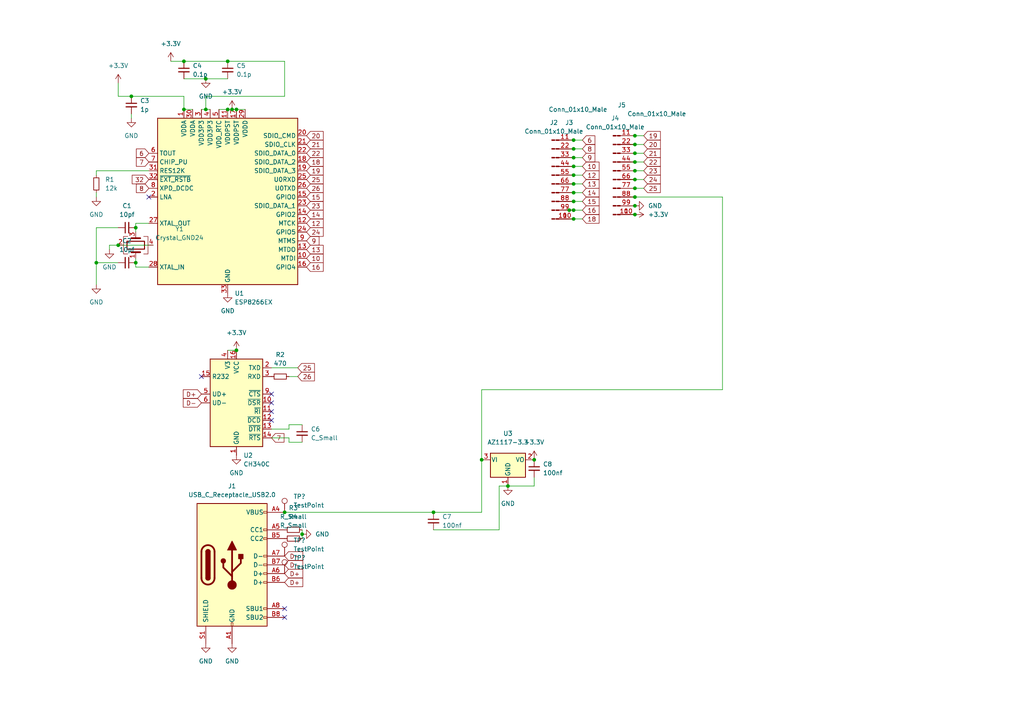
<source format=kicad_sch>
(kicad_sch (version 20211123) (generator eeschema)

  (uuid 2ec71207-cba8-40b1-bde2-82fee7c28ae9)

  (paper "A4")

  (lib_symbols
    (symbol "Connector:Conn_01x10_Male" (pin_names (offset 1.016) hide) (in_bom yes) (on_board yes)
      (property "Reference" "J" (id 0) (at 0 12.7 0)
        (effects (font (size 1.27 1.27)))
      )
      (property "Value" "Conn_01x10_Male" (id 1) (at 0 -15.24 0)
        (effects (font (size 1.27 1.27)))
      )
      (property "Footprint" "" (id 2) (at 0 0 0)
        (effects (font (size 1.27 1.27)) hide)
      )
      (property "Datasheet" "~" (id 3) (at 0 0 0)
        (effects (font (size 1.27 1.27)) hide)
      )
      (property "ki_keywords" "connector" (id 4) (at 0 0 0)
        (effects (font (size 1.27 1.27)) hide)
      )
      (property "ki_description" "Generic connector, single row, 01x10, script generated (kicad-library-utils/schlib/autogen/connector/)" (id 5) (at 0 0 0)
        (effects (font (size 1.27 1.27)) hide)
      )
      (property "ki_fp_filters" "Connector*:*_1x??_*" (id 6) (at 0 0 0)
        (effects (font (size 1.27 1.27)) hide)
      )
      (symbol "Conn_01x10_Male_1_1"
        (polyline
          (pts
            (xy 1.27 -12.7)
            (xy 0.8636 -12.7)
          )
          (stroke (width 0.1524) (type default) (color 0 0 0 0))
          (fill (type none))
        )
        (polyline
          (pts
            (xy 1.27 -10.16)
            (xy 0.8636 -10.16)
          )
          (stroke (width 0.1524) (type default) (color 0 0 0 0))
          (fill (type none))
        )
        (polyline
          (pts
            (xy 1.27 -7.62)
            (xy 0.8636 -7.62)
          )
          (stroke (width 0.1524) (type default) (color 0 0 0 0))
          (fill (type none))
        )
        (polyline
          (pts
            (xy 1.27 -5.08)
            (xy 0.8636 -5.08)
          )
          (stroke (width 0.1524) (type default) (color 0 0 0 0))
          (fill (type none))
        )
        (polyline
          (pts
            (xy 1.27 -2.54)
            (xy 0.8636 -2.54)
          )
          (stroke (width 0.1524) (type default) (color 0 0 0 0))
          (fill (type none))
        )
        (polyline
          (pts
            (xy 1.27 0)
            (xy 0.8636 0)
          )
          (stroke (width 0.1524) (type default) (color 0 0 0 0))
          (fill (type none))
        )
        (polyline
          (pts
            (xy 1.27 2.54)
            (xy 0.8636 2.54)
          )
          (stroke (width 0.1524) (type default) (color 0 0 0 0))
          (fill (type none))
        )
        (polyline
          (pts
            (xy 1.27 5.08)
            (xy 0.8636 5.08)
          )
          (stroke (width 0.1524) (type default) (color 0 0 0 0))
          (fill (type none))
        )
        (polyline
          (pts
            (xy 1.27 7.62)
            (xy 0.8636 7.62)
          )
          (stroke (width 0.1524) (type default) (color 0 0 0 0))
          (fill (type none))
        )
        (polyline
          (pts
            (xy 1.27 10.16)
            (xy 0.8636 10.16)
          )
          (stroke (width 0.1524) (type default) (color 0 0 0 0))
          (fill (type none))
        )
        (rectangle (start 0.8636 -12.573) (end 0 -12.827)
          (stroke (width 0.1524) (type default) (color 0 0 0 0))
          (fill (type outline))
        )
        (rectangle (start 0.8636 -10.033) (end 0 -10.287)
          (stroke (width 0.1524) (type default) (color 0 0 0 0))
          (fill (type outline))
        )
        (rectangle (start 0.8636 -7.493) (end 0 -7.747)
          (stroke (width 0.1524) (type default) (color 0 0 0 0))
          (fill (type outline))
        )
        (rectangle (start 0.8636 -4.953) (end 0 -5.207)
          (stroke (width 0.1524) (type default) (color 0 0 0 0))
          (fill (type outline))
        )
        (rectangle (start 0.8636 -2.413) (end 0 -2.667)
          (stroke (width 0.1524) (type default) (color 0 0 0 0))
          (fill (type outline))
        )
        (rectangle (start 0.8636 0.127) (end 0 -0.127)
          (stroke (width 0.1524) (type default) (color 0 0 0 0))
          (fill (type outline))
        )
        (rectangle (start 0.8636 2.667) (end 0 2.413)
          (stroke (width 0.1524) (type default) (color 0 0 0 0))
          (fill (type outline))
        )
        (rectangle (start 0.8636 5.207) (end 0 4.953)
          (stroke (width 0.1524) (type default) (color 0 0 0 0))
          (fill (type outline))
        )
        (rectangle (start 0.8636 7.747) (end 0 7.493)
          (stroke (width 0.1524) (type default) (color 0 0 0 0))
          (fill (type outline))
        )
        (rectangle (start 0.8636 10.287) (end 0 10.033)
          (stroke (width 0.1524) (type default) (color 0 0 0 0))
          (fill (type outline))
        )
        (pin passive line (at 5.08 10.16 180) (length 3.81)
          (name "Pin_1" (effects (font (size 1.27 1.27))))
          (number "1" (effects (font (size 1.27 1.27))))
        )
        (pin passive line (at 5.08 -12.7 180) (length 3.81)
          (name "Pin_10" (effects (font (size 1.27 1.27))))
          (number "10" (effects (font (size 1.27 1.27))))
        )
        (pin passive line (at 5.08 7.62 180) (length 3.81)
          (name "Pin_2" (effects (font (size 1.27 1.27))))
          (number "2" (effects (font (size 1.27 1.27))))
        )
        (pin passive line (at 5.08 5.08 180) (length 3.81)
          (name "Pin_3" (effects (font (size 1.27 1.27))))
          (number "3" (effects (font (size 1.27 1.27))))
        )
        (pin passive line (at 5.08 2.54 180) (length 3.81)
          (name "Pin_4" (effects (font (size 1.27 1.27))))
          (number "4" (effects (font (size 1.27 1.27))))
        )
        (pin passive line (at 5.08 0 180) (length 3.81)
          (name "Pin_5" (effects (font (size 1.27 1.27))))
          (number "5" (effects (font (size 1.27 1.27))))
        )
        (pin passive line (at 5.08 -2.54 180) (length 3.81)
          (name "Pin_6" (effects (font (size 1.27 1.27))))
          (number "6" (effects (font (size 1.27 1.27))))
        )
        (pin passive line (at 5.08 -5.08 180) (length 3.81)
          (name "Pin_7" (effects (font (size 1.27 1.27))))
          (number "7" (effects (font (size 1.27 1.27))))
        )
        (pin passive line (at 5.08 -7.62 180) (length 3.81)
          (name "Pin_8" (effects (font (size 1.27 1.27))))
          (number "8" (effects (font (size 1.27 1.27))))
        )
        (pin passive line (at 5.08 -10.16 180) (length 3.81)
          (name "Pin_9" (effects (font (size 1.27 1.27))))
          (number "9" (effects (font (size 1.27 1.27))))
        )
      )
    )
    (symbol "Connector:TestPoint" (pin_numbers hide) (pin_names (offset 0.762) hide) (in_bom yes) (on_board yes)
      (property "Reference" "TP" (id 0) (at 0 6.858 0)
        (effects (font (size 1.27 1.27)))
      )
      (property "Value" "TestPoint" (id 1) (at 0 5.08 0)
        (effects (font (size 1.27 1.27)))
      )
      (property "Footprint" "" (id 2) (at 5.08 0 0)
        (effects (font (size 1.27 1.27)) hide)
      )
      (property "Datasheet" "~" (id 3) (at 5.08 0 0)
        (effects (font (size 1.27 1.27)) hide)
      )
      (property "ki_keywords" "test point tp" (id 4) (at 0 0 0)
        (effects (font (size 1.27 1.27)) hide)
      )
      (property "ki_description" "test point" (id 5) (at 0 0 0)
        (effects (font (size 1.27 1.27)) hide)
      )
      (property "ki_fp_filters" "Pin* Test*" (id 6) (at 0 0 0)
        (effects (font (size 1.27 1.27)) hide)
      )
      (symbol "TestPoint_0_1"
        (circle (center 0 3.302) (radius 0.762)
          (stroke (width 0) (type default) (color 0 0 0 0))
          (fill (type none))
        )
      )
      (symbol "TestPoint_1_1"
        (pin passive line (at 0 0 90) (length 2.54)
          (name "1" (effects (font (size 1.27 1.27))))
          (number "1" (effects (font (size 1.27 1.27))))
        )
      )
    )
    (symbol "Connector:USB_C_Receptacle_USB2.0" (pin_names (offset 1.016)) (in_bom yes) (on_board yes)
      (property "Reference" "J" (id 0) (at -10.16 19.05 0)
        (effects (font (size 1.27 1.27)) (justify left))
      )
      (property "Value" "USB_C_Receptacle_USB2.0" (id 1) (at 19.05 19.05 0)
        (effects (font (size 1.27 1.27)) (justify right))
      )
      (property "Footprint" "" (id 2) (at 3.81 0 0)
        (effects (font (size 1.27 1.27)) hide)
      )
      (property "Datasheet" "https://www.usb.org/sites/default/files/documents/usb_type-c.zip" (id 3) (at 3.81 0 0)
        (effects (font (size 1.27 1.27)) hide)
      )
      (property "ki_keywords" "usb universal serial bus type-C USB2.0" (id 4) (at 0 0 0)
        (effects (font (size 1.27 1.27)) hide)
      )
      (property "ki_description" "USB 2.0-only Type-C Receptacle connector" (id 5) (at 0 0 0)
        (effects (font (size 1.27 1.27)) hide)
      )
      (property "ki_fp_filters" "USB*C*Receptacle*" (id 6) (at 0 0 0)
        (effects (font (size 1.27 1.27)) hide)
      )
      (symbol "USB_C_Receptacle_USB2.0_0_0"
        (rectangle (start -0.254 -17.78) (end 0.254 -16.764)
          (stroke (width 0) (type default) (color 0 0 0 0))
          (fill (type none))
        )
        (rectangle (start 10.16 -14.986) (end 9.144 -15.494)
          (stroke (width 0) (type default) (color 0 0 0 0))
          (fill (type none))
        )
        (rectangle (start 10.16 -12.446) (end 9.144 -12.954)
          (stroke (width 0) (type default) (color 0 0 0 0))
          (fill (type none))
        )
        (rectangle (start 10.16 -4.826) (end 9.144 -5.334)
          (stroke (width 0) (type default) (color 0 0 0 0))
          (fill (type none))
        )
        (rectangle (start 10.16 -2.286) (end 9.144 -2.794)
          (stroke (width 0) (type default) (color 0 0 0 0))
          (fill (type none))
        )
        (rectangle (start 10.16 0.254) (end 9.144 -0.254)
          (stroke (width 0) (type default) (color 0 0 0 0))
          (fill (type none))
        )
        (rectangle (start 10.16 2.794) (end 9.144 2.286)
          (stroke (width 0) (type default) (color 0 0 0 0))
          (fill (type none))
        )
        (rectangle (start 10.16 7.874) (end 9.144 7.366)
          (stroke (width 0) (type default) (color 0 0 0 0))
          (fill (type none))
        )
        (rectangle (start 10.16 10.414) (end 9.144 9.906)
          (stroke (width 0) (type default) (color 0 0 0 0))
          (fill (type none))
        )
        (rectangle (start 10.16 15.494) (end 9.144 14.986)
          (stroke (width 0) (type default) (color 0 0 0 0))
          (fill (type none))
        )
      )
      (symbol "USB_C_Receptacle_USB2.0_0_1"
        (rectangle (start -10.16 17.78) (end 10.16 -17.78)
          (stroke (width 0.254) (type default) (color 0 0 0 0))
          (fill (type background))
        )
        (arc (start -8.89 -3.81) (mid -6.985 -5.715) (end -5.08 -3.81)
          (stroke (width 0.508) (type default) (color 0 0 0 0))
          (fill (type none))
        )
        (arc (start -7.62 -3.81) (mid -6.985 -4.445) (end -6.35 -3.81)
          (stroke (width 0.254) (type default) (color 0 0 0 0))
          (fill (type none))
        )
        (arc (start -7.62 -3.81) (mid -6.985 -4.445) (end -6.35 -3.81)
          (stroke (width 0.254) (type default) (color 0 0 0 0))
          (fill (type outline))
        )
        (rectangle (start -7.62 -3.81) (end -6.35 3.81)
          (stroke (width 0.254) (type default) (color 0 0 0 0))
          (fill (type outline))
        )
        (arc (start -6.35 3.81) (mid -6.985 4.445) (end -7.62 3.81)
          (stroke (width 0.254) (type default) (color 0 0 0 0))
          (fill (type none))
        )
        (arc (start -6.35 3.81) (mid -6.985 4.445) (end -7.62 3.81)
          (stroke (width 0.254) (type default) (color 0 0 0 0))
          (fill (type outline))
        )
        (arc (start -5.08 3.81) (mid -6.985 5.715) (end -8.89 3.81)
          (stroke (width 0.508) (type default) (color 0 0 0 0))
          (fill (type none))
        )
        (circle (center -2.54 1.143) (radius 0.635)
          (stroke (width 0.254) (type default) (color 0 0 0 0))
          (fill (type outline))
        )
        (circle (center 0 -5.842) (radius 1.27)
          (stroke (width 0) (type default) (color 0 0 0 0))
          (fill (type outline))
        )
        (polyline
          (pts
            (xy -8.89 -3.81)
            (xy -8.89 3.81)
          )
          (stroke (width 0.508) (type default) (color 0 0 0 0))
          (fill (type none))
        )
        (polyline
          (pts
            (xy -5.08 3.81)
            (xy -5.08 -3.81)
          )
          (stroke (width 0.508) (type default) (color 0 0 0 0))
          (fill (type none))
        )
        (polyline
          (pts
            (xy 0 -5.842)
            (xy 0 4.318)
          )
          (stroke (width 0.508) (type default) (color 0 0 0 0))
          (fill (type none))
        )
        (polyline
          (pts
            (xy 0 -3.302)
            (xy -2.54 -0.762)
            (xy -2.54 0.508)
          )
          (stroke (width 0.508) (type default) (color 0 0 0 0))
          (fill (type none))
        )
        (polyline
          (pts
            (xy 0 -2.032)
            (xy 2.54 0.508)
            (xy 2.54 1.778)
          )
          (stroke (width 0.508) (type default) (color 0 0 0 0))
          (fill (type none))
        )
        (polyline
          (pts
            (xy -1.27 4.318)
            (xy 0 6.858)
            (xy 1.27 4.318)
            (xy -1.27 4.318)
          )
          (stroke (width 0.254) (type default) (color 0 0 0 0))
          (fill (type outline))
        )
        (rectangle (start 1.905 1.778) (end 3.175 3.048)
          (stroke (width 0.254) (type default) (color 0 0 0 0))
          (fill (type outline))
        )
      )
      (symbol "USB_C_Receptacle_USB2.0_1_1"
        (pin passive line (at 0 -22.86 90) (length 5.08)
          (name "GND" (effects (font (size 1.27 1.27))))
          (number "A1" (effects (font (size 1.27 1.27))))
        )
        (pin passive line (at 0 -22.86 90) (length 5.08) hide
          (name "GND" (effects (font (size 1.27 1.27))))
          (number "A12" (effects (font (size 1.27 1.27))))
        )
        (pin passive line (at 15.24 15.24 180) (length 5.08)
          (name "VBUS" (effects (font (size 1.27 1.27))))
          (number "A4" (effects (font (size 1.27 1.27))))
        )
        (pin bidirectional line (at 15.24 10.16 180) (length 5.08)
          (name "CC1" (effects (font (size 1.27 1.27))))
          (number "A5" (effects (font (size 1.27 1.27))))
        )
        (pin bidirectional line (at 15.24 -2.54 180) (length 5.08)
          (name "D+" (effects (font (size 1.27 1.27))))
          (number "A6" (effects (font (size 1.27 1.27))))
        )
        (pin bidirectional line (at 15.24 2.54 180) (length 5.08)
          (name "D-" (effects (font (size 1.27 1.27))))
          (number "A7" (effects (font (size 1.27 1.27))))
        )
        (pin bidirectional line (at 15.24 -12.7 180) (length 5.08)
          (name "SBU1" (effects (font (size 1.27 1.27))))
          (number "A8" (effects (font (size 1.27 1.27))))
        )
        (pin passive line (at 15.24 15.24 180) (length 5.08) hide
          (name "VBUS" (effects (font (size 1.27 1.27))))
          (number "A9" (effects (font (size 1.27 1.27))))
        )
        (pin passive line (at 0 -22.86 90) (length 5.08) hide
          (name "GND" (effects (font (size 1.27 1.27))))
          (number "B1" (effects (font (size 1.27 1.27))))
        )
        (pin passive line (at 0 -22.86 90) (length 5.08) hide
          (name "GND" (effects (font (size 1.27 1.27))))
          (number "B12" (effects (font (size 1.27 1.27))))
        )
        (pin passive line (at 15.24 15.24 180) (length 5.08) hide
          (name "VBUS" (effects (font (size 1.27 1.27))))
          (number "B4" (effects (font (size 1.27 1.27))))
        )
        (pin bidirectional line (at 15.24 7.62 180) (length 5.08)
          (name "CC2" (effects (font (size 1.27 1.27))))
          (number "B5" (effects (font (size 1.27 1.27))))
        )
        (pin bidirectional line (at 15.24 -5.08 180) (length 5.08)
          (name "D+" (effects (font (size 1.27 1.27))))
          (number "B6" (effects (font (size 1.27 1.27))))
        )
        (pin bidirectional line (at 15.24 0 180) (length 5.08)
          (name "D-" (effects (font (size 1.27 1.27))))
          (number "B7" (effects (font (size 1.27 1.27))))
        )
        (pin bidirectional line (at 15.24 -15.24 180) (length 5.08)
          (name "SBU2" (effects (font (size 1.27 1.27))))
          (number "B8" (effects (font (size 1.27 1.27))))
        )
        (pin passive line (at 15.24 15.24 180) (length 5.08) hide
          (name "VBUS" (effects (font (size 1.27 1.27))))
          (number "B9" (effects (font (size 1.27 1.27))))
        )
        (pin passive line (at -7.62 -22.86 90) (length 5.08)
          (name "SHIELD" (effects (font (size 1.27 1.27))))
          (number "S1" (effects (font (size 1.27 1.27))))
        )
      )
    )
    (symbol "Device:C_Small" (pin_numbers hide) (pin_names (offset 0.254) hide) (in_bom yes) (on_board yes)
      (property "Reference" "C" (id 0) (at 0.254 1.778 0)
        (effects (font (size 1.27 1.27)) (justify left))
      )
      (property "Value" "C_Small" (id 1) (at 0.254 -2.032 0)
        (effects (font (size 1.27 1.27)) (justify left))
      )
      (property "Footprint" "" (id 2) (at 0 0 0)
        (effects (font (size 1.27 1.27)) hide)
      )
      (property "Datasheet" "~" (id 3) (at 0 0 0)
        (effects (font (size 1.27 1.27)) hide)
      )
      (property "ki_keywords" "capacitor cap" (id 4) (at 0 0 0)
        (effects (font (size 1.27 1.27)) hide)
      )
      (property "ki_description" "Unpolarized capacitor, small symbol" (id 5) (at 0 0 0)
        (effects (font (size 1.27 1.27)) hide)
      )
      (property "ki_fp_filters" "C_*" (id 6) (at 0 0 0)
        (effects (font (size 1.27 1.27)) hide)
      )
      (symbol "C_Small_0_1"
        (polyline
          (pts
            (xy -1.524 -0.508)
            (xy 1.524 -0.508)
          )
          (stroke (width 0.3302) (type default) (color 0 0 0 0))
          (fill (type none))
        )
        (polyline
          (pts
            (xy -1.524 0.508)
            (xy 1.524 0.508)
          )
          (stroke (width 0.3048) (type default) (color 0 0 0 0))
          (fill (type none))
        )
      )
      (symbol "C_Small_1_1"
        (pin passive line (at 0 2.54 270) (length 2.032)
          (name "~" (effects (font (size 1.27 1.27))))
          (number "1" (effects (font (size 1.27 1.27))))
        )
        (pin passive line (at 0 -2.54 90) (length 2.032)
          (name "~" (effects (font (size 1.27 1.27))))
          (number "2" (effects (font (size 1.27 1.27))))
        )
      )
    )
    (symbol "Device:Crystal_GND24" (pin_names (offset 1.016) hide) (in_bom yes) (on_board yes)
      (property "Reference" "Y" (id 0) (at 3.175 5.08 0)
        (effects (font (size 1.27 1.27)) (justify left))
      )
      (property "Value" "Crystal_GND24" (id 1) (at 3.175 3.175 0)
        (effects (font (size 1.27 1.27)) (justify left))
      )
      (property "Footprint" "" (id 2) (at 0 0 0)
        (effects (font (size 1.27 1.27)) hide)
      )
      (property "Datasheet" "~" (id 3) (at 0 0 0)
        (effects (font (size 1.27 1.27)) hide)
      )
      (property "ki_keywords" "quartz ceramic resonator oscillator" (id 4) (at 0 0 0)
        (effects (font (size 1.27 1.27)) hide)
      )
      (property "ki_description" "Four pin crystal, GND on pins 2 and 4" (id 5) (at 0 0 0)
        (effects (font (size 1.27 1.27)) hide)
      )
      (property "ki_fp_filters" "Crystal*" (id 6) (at 0 0 0)
        (effects (font (size 1.27 1.27)) hide)
      )
      (symbol "Crystal_GND24_0_1"
        (rectangle (start -1.143 2.54) (end 1.143 -2.54)
          (stroke (width 0.3048) (type default) (color 0 0 0 0))
          (fill (type none))
        )
        (polyline
          (pts
            (xy -2.54 0)
            (xy -2.032 0)
          )
          (stroke (width 0) (type default) (color 0 0 0 0))
          (fill (type none))
        )
        (polyline
          (pts
            (xy -2.032 -1.27)
            (xy -2.032 1.27)
          )
          (stroke (width 0.508) (type default) (color 0 0 0 0))
          (fill (type none))
        )
        (polyline
          (pts
            (xy 0 -3.81)
            (xy 0 -3.556)
          )
          (stroke (width 0) (type default) (color 0 0 0 0))
          (fill (type none))
        )
        (polyline
          (pts
            (xy 0 3.556)
            (xy 0 3.81)
          )
          (stroke (width 0) (type default) (color 0 0 0 0))
          (fill (type none))
        )
        (polyline
          (pts
            (xy 2.032 -1.27)
            (xy 2.032 1.27)
          )
          (stroke (width 0.508) (type default) (color 0 0 0 0))
          (fill (type none))
        )
        (polyline
          (pts
            (xy 2.032 0)
            (xy 2.54 0)
          )
          (stroke (width 0) (type default) (color 0 0 0 0))
          (fill (type none))
        )
        (polyline
          (pts
            (xy -2.54 -2.286)
            (xy -2.54 -3.556)
            (xy 2.54 -3.556)
            (xy 2.54 -2.286)
          )
          (stroke (width 0) (type default) (color 0 0 0 0))
          (fill (type none))
        )
        (polyline
          (pts
            (xy -2.54 2.286)
            (xy -2.54 3.556)
            (xy 2.54 3.556)
            (xy 2.54 2.286)
          )
          (stroke (width 0) (type default) (color 0 0 0 0))
          (fill (type none))
        )
      )
      (symbol "Crystal_GND24_1_1"
        (pin passive line (at -3.81 0 0) (length 1.27)
          (name "1" (effects (font (size 1.27 1.27))))
          (number "1" (effects (font (size 1.27 1.27))))
        )
        (pin passive line (at 0 5.08 270) (length 1.27)
          (name "2" (effects (font (size 1.27 1.27))))
          (number "2" (effects (font (size 1.27 1.27))))
        )
        (pin passive line (at 3.81 0 180) (length 1.27)
          (name "3" (effects (font (size 1.27 1.27))))
          (number "3" (effects (font (size 1.27 1.27))))
        )
        (pin passive line (at 0 -5.08 90) (length 1.27)
          (name "4" (effects (font (size 1.27 1.27))))
          (number "4" (effects (font (size 1.27 1.27))))
        )
      )
    )
    (symbol "Device:R_Small" (pin_numbers hide) (pin_names (offset 0.254) hide) (in_bom yes) (on_board yes)
      (property "Reference" "R" (id 0) (at 0.762 0.508 0)
        (effects (font (size 1.27 1.27)) (justify left))
      )
      (property "Value" "R_Small" (id 1) (at 0.762 -1.016 0)
        (effects (font (size 1.27 1.27)) (justify left))
      )
      (property "Footprint" "" (id 2) (at 0 0 0)
        (effects (font (size 1.27 1.27)) hide)
      )
      (property "Datasheet" "~" (id 3) (at 0 0 0)
        (effects (font (size 1.27 1.27)) hide)
      )
      (property "ki_keywords" "R resistor" (id 4) (at 0 0 0)
        (effects (font (size 1.27 1.27)) hide)
      )
      (property "ki_description" "Resistor, small symbol" (id 5) (at 0 0 0)
        (effects (font (size 1.27 1.27)) hide)
      )
      (property "ki_fp_filters" "R_*" (id 6) (at 0 0 0)
        (effects (font (size 1.27 1.27)) hide)
      )
      (symbol "R_Small_0_1"
        (rectangle (start -0.762 1.778) (end 0.762 -1.778)
          (stroke (width 0.2032) (type default) (color 0 0 0 0))
          (fill (type none))
        )
      )
      (symbol "R_Small_1_1"
        (pin passive line (at 0 2.54 270) (length 0.762)
          (name "~" (effects (font (size 1.27 1.27))))
          (number "1" (effects (font (size 1.27 1.27))))
        )
        (pin passive line (at 0 -2.54 90) (length 0.762)
          (name "~" (effects (font (size 1.27 1.27))))
          (number "2" (effects (font (size 1.27 1.27))))
        )
      )
    )
    (symbol "Interface_USB:CH340C" (in_bom yes) (on_board yes)
      (property "Reference" "U" (id 0) (at -5.08 13.97 0)
        (effects (font (size 1.27 1.27)) (justify right))
      )
      (property "Value" "CH340C" (id 1) (at 1.27 13.97 0)
        (effects (font (size 1.27 1.27)) (justify left))
      )
      (property "Footprint" "Package_SO:SOIC-16_3.9x9.9mm_P1.27mm" (id 2) (at 1.27 -13.97 0)
        (effects (font (size 1.27 1.27)) (justify left) hide)
      )
      (property "Datasheet" "https://datasheet.lcsc.com/szlcsc/Jiangsu-Qin-Heng-CH340C_C84681.pdf" (id 3) (at -8.89 20.32 0)
        (effects (font (size 1.27 1.27)) hide)
      )
      (property "ki_keywords" "USB UART Serial Converter Interface" (id 4) (at 0 0 0)
        (effects (font (size 1.27 1.27)) hide)
      )
      (property "ki_description" "USB serial converter, UART, SOIC-16" (id 5) (at 0 0 0)
        (effects (font (size 1.27 1.27)) hide)
      )
      (property "ki_fp_filters" "SOIC*3.9x9.9mm*P1.27mm*" (id 6) (at 0 0 0)
        (effects (font (size 1.27 1.27)) hide)
      )
      (symbol "CH340C_0_1"
        (rectangle (start -7.62 12.7) (end 7.62 -12.7)
          (stroke (width 0.254) (type default) (color 0 0 0 0))
          (fill (type background))
        )
      )
      (symbol "CH340C_1_1"
        (pin power_in line (at 0 -15.24 90) (length 2.54)
          (name "GND" (effects (font (size 1.27 1.27))))
          (number "1" (effects (font (size 1.27 1.27))))
        )
        (pin input line (at 10.16 0 180) (length 2.54)
          (name "~{DSR}" (effects (font (size 1.27 1.27))))
          (number "10" (effects (font (size 1.27 1.27))))
        )
        (pin input line (at 10.16 -2.54 180) (length 2.54)
          (name "~{RI}" (effects (font (size 1.27 1.27))))
          (number "11" (effects (font (size 1.27 1.27))))
        )
        (pin input line (at 10.16 -5.08 180) (length 2.54)
          (name "~{DCD}" (effects (font (size 1.27 1.27))))
          (number "12" (effects (font (size 1.27 1.27))))
        )
        (pin output line (at 10.16 -7.62 180) (length 2.54)
          (name "~{DTR}" (effects (font (size 1.27 1.27))))
          (number "13" (effects (font (size 1.27 1.27))))
        )
        (pin output line (at 10.16 -10.16 180) (length 2.54)
          (name "~{RTS}" (effects (font (size 1.27 1.27))))
          (number "14" (effects (font (size 1.27 1.27))))
        )
        (pin input line (at -10.16 7.62 0) (length 2.54)
          (name "R232" (effects (font (size 1.27 1.27))))
          (number "15" (effects (font (size 1.27 1.27))))
        )
        (pin power_in line (at 0 15.24 270) (length 2.54)
          (name "VCC" (effects (font (size 1.27 1.27))))
          (number "16" (effects (font (size 1.27 1.27))))
        )
        (pin output line (at 10.16 10.16 180) (length 2.54)
          (name "TXD" (effects (font (size 1.27 1.27))))
          (number "2" (effects (font (size 1.27 1.27))))
        )
        (pin input line (at 10.16 7.62 180) (length 2.54)
          (name "RXD" (effects (font (size 1.27 1.27))))
          (number "3" (effects (font (size 1.27 1.27))))
        )
        (pin passive line (at -2.54 15.24 270) (length 2.54)
          (name "V3" (effects (font (size 1.27 1.27))))
          (number "4" (effects (font (size 1.27 1.27))))
        )
        (pin bidirectional line (at -10.16 2.54 0) (length 2.54)
          (name "UD+" (effects (font (size 1.27 1.27))))
          (number "5" (effects (font (size 1.27 1.27))))
        )
        (pin bidirectional line (at -10.16 0 0) (length 2.54)
          (name "UD-" (effects (font (size 1.27 1.27))))
          (number "6" (effects (font (size 1.27 1.27))))
        )
        (pin no_connect line (at -7.62 -7.62 0) (length 2.54) hide
          (name "NC" (effects (font (size 1.27 1.27))))
          (number "7" (effects (font (size 1.27 1.27))))
        )
        (pin no_connect line (at -7.62 -10.16 0) (length 2.54) hide
          (name "NC" (effects (font (size 1.27 1.27))))
          (number "8" (effects (font (size 1.27 1.27))))
        )
        (pin input line (at 10.16 2.54 180) (length 2.54)
          (name "~{CTS}" (effects (font (size 1.27 1.27))))
          (number "9" (effects (font (size 1.27 1.27))))
        )
      )
    )
    (symbol "MCU_Espressif:ESP8266EX" (in_bom yes) (on_board yes)
      (property "Reference" "U" (id 0) (at 0 2.54 0)
        (effects (font (size 1.27 1.27)))
      )
      (property "Value" "ESP8266EX" (id 1) (at 0 -2.54 0)
        (effects (font (size 1.27 1.27)))
      )
      (property "Footprint" "Package_DFN_QFN:QFN-32-1EP_5x5mm_P0.5mm_EP3.45x3.45mm" (id 2) (at 0 -33.02 0)
        (effects (font (size 1.27 1.27)) hide)
      )
      (property "Datasheet" "http://espressif.com/sites/default/files/documentation/0a-esp8266ex_datasheet_en.pdf" (id 3) (at 2.54 -33.02 0)
        (effects (font (size 1.27 1.27)) hide)
      )
      (property "ki_keywords" "wifi soc" (id 4) (at 0 0 0)
        (effects (font (size 1.27 1.27)) hide)
      )
      (property "ki_description" "Highly integrated Wi-Fi SoC, QFN-32" (id 5) (at 0 0 0)
        (effects (font (size 1.27 1.27)) hide)
      )
      (property "ki_fp_filters" "QFN*1EP*5x5mm*P0.5mm*" (id 6) (at 0 0 0)
        (effects (font (size 1.27 1.27)) hide)
      )
      (symbol "ESP8266EX_0_1"
        (rectangle (start -20.32 22.86) (end 20.32 -25.4)
          (stroke (width 0.254) (type default) (color 0 0 0 0))
          (fill (type background))
        )
      )
      (symbol "ESP8266EX_1_1"
        (pin power_in line (at -12.7 25.4 270) (length 2.54)
          (name "VDDA" (effects (font (size 1.27 1.27))))
          (number "1" (effects (font (size 1.27 1.27))))
        )
        (pin bidirectional line (at 22.86 -17.78 180) (length 2.54)
          (name "MTDI" (effects (font (size 1.27 1.27))))
          (number "10" (effects (font (size 1.27 1.27))))
        )
        (pin power_in line (at 0 25.4 270) (length 2.54)
          (name "VDDPST" (effects (font (size 1.27 1.27))))
          (number "11" (effects (font (size 1.27 1.27))))
        )
        (pin bidirectional line (at 22.86 -7.62 180) (length 2.54)
          (name "MTCK" (effects (font (size 1.27 1.27))))
          (number "12" (effects (font (size 1.27 1.27))))
        )
        (pin bidirectional line (at 22.86 -15.24 180) (length 2.54)
          (name "MTDO" (effects (font (size 1.27 1.27))))
          (number "13" (effects (font (size 1.27 1.27))))
        )
        (pin bidirectional line (at 22.86 -5.08 180) (length 2.54)
          (name "GPIO2" (effects (font (size 1.27 1.27))))
          (number "14" (effects (font (size 1.27 1.27))))
        )
        (pin bidirectional line (at 22.86 0 180) (length 2.54)
          (name "GPIO0" (effects (font (size 1.27 1.27))))
          (number "15" (effects (font (size 1.27 1.27))))
        )
        (pin bidirectional line (at 22.86 -20.32 180) (length 2.54)
          (name "GPIO4" (effects (font (size 1.27 1.27))))
          (number "16" (effects (font (size 1.27 1.27))))
        )
        (pin power_in line (at 2.54 25.4 270) (length 2.54)
          (name "VDDPST" (effects (font (size 1.27 1.27))))
          (number "17" (effects (font (size 1.27 1.27))))
        )
        (pin bidirectional line (at 22.86 10.16 180) (length 2.54)
          (name "SDIO_DATA_2" (effects (font (size 1.27 1.27))))
          (number "18" (effects (font (size 1.27 1.27))))
        )
        (pin bidirectional line (at 22.86 7.62 180) (length 2.54)
          (name "SDIO_DATA_3" (effects (font (size 1.27 1.27))))
          (number "19" (effects (font (size 1.27 1.27))))
        )
        (pin bidirectional line (at -22.86 0 0) (length 2.54)
          (name "LNA" (effects (font (size 1.27 1.27))))
          (number "2" (effects (font (size 1.27 1.27))))
        )
        (pin bidirectional line (at 22.86 17.78 180) (length 2.54)
          (name "SDIO_CMD" (effects (font (size 1.27 1.27))))
          (number "20" (effects (font (size 1.27 1.27))))
        )
        (pin bidirectional line (at 22.86 15.24 180) (length 2.54)
          (name "SDIO_CLK" (effects (font (size 1.27 1.27))))
          (number "21" (effects (font (size 1.27 1.27))))
        )
        (pin bidirectional line (at 22.86 12.7 180) (length 2.54)
          (name "SDIO_DATA_0" (effects (font (size 1.27 1.27))))
          (number "22" (effects (font (size 1.27 1.27))))
        )
        (pin bidirectional line (at 22.86 -2.54 180) (length 2.54)
          (name "SDIO_DATA_1" (effects (font (size 1.27 1.27))))
          (number "23" (effects (font (size 1.27 1.27))))
        )
        (pin bidirectional line (at 22.86 -10.16 180) (length 2.54)
          (name "GPIO5" (effects (font (size 1.27 1.27))))
          (number "24" (effects (font (size 1.27 1.27))))
        )
        (pin bidirectional line (at 22.86 5.08 180) (length 2.54)
          (name "U0RXD" (effects (font (size 1.27 1.27))))
          (number "25" (effects (font (size 1.27 1.27))))
        )
        (pin bidirectional line (at 22.86 2.54 180) (length 2.54)
          (name "U0TXD" (effects (font (size 1.27 1.27))))
          (number "26" (effects (font (size 1.27 1.27))))
        )
        (pin bidirectional line (at -22.86 -7.62 0) (length 2.54)
          (name "XTAL_OUT" (effects (font (size 1.27 1.27))))
          (number "27" (effects (font (size 1.27 1.27))))
        )
        (pin bidirectional line (at -22.86 -20.32 0) (length 2.54)
          (name "XTAL_IN" (effects (font (size 1.27 1.27))))
          (number "28" (effects (font (size 1.27 1.27))))
        )
        (pin power_in line (at 5.08 25.4 270) (length 2.54)
          (name "VDDD" (effects (font (size 1.27 1.27))))
          (number "29" (effects (font (size 1.27 1.27))))
        )
        (pin power_in line (at -7.62 25.4 270) (length 2.54)
          (name "VDD3P3" (effects (font (size 1.27 1.27))))
          (number "3" (effects (font (size 1.27 1.27))))
        )
        (pin power_in line (at -10.16 25.4 270) (length 2.54)
          (name "VDDA" (effects (font (size 1.27 1.27))))
          (number "30" (effects (font (size 1.27 1.27))))
        )
        (pin input line (at -22.86 7.62 0) (length 2.54)
          (name "RES12K" (effects (font (size 1.27 1.27))))
          (number "31" (effects (font (size 1.27 1.27))))
        )
        (pin input line (at -22.86 5.08 0) (length 2.54)
          (name "~{EXT_RSTB}" (effects (font (size 1.27 1.27))))
          (number "32" (effects (font (size 1.27 1.27))))
        )
        (pin power_in line (at 0 -27.94 90) (length 2.54)
          (name "GND" (effects (font (size 1.27 1.27))))
          (number "33" (effects (font (size 1.27 1.27))))
        )
        (pin power_in line (at -5.08 25.4 270) (length 2.54)
          (name "VDD3P3" (effects (font (size 1.27 1.27))))
          (number "4" (effects (font (size 1.27 1.27))))
        )
        (pin power_in line (at -2.54 25.4 270) (length 2.54)
          (name "VDD_RTC" (effects (font (size 1.27 1.27))))
          (number "5" (effects (font (size 1.27 1.27))))
        )
        (pin input line (at -22.86 12.7 0) (length 2.54)
          (name "TOUT" (effects (font (size 1.27 1.27))))
          (number "6" (effects (font (size 1.27 1.27))))
        )
        (pin input line (at -22.86 10.16 0) (length 2.54)
          (name "CHIP_PU" (effects (font (size 1.27 1.27))))
          (number "7" (effects (font (size 1.27 1.27))))
        )
        (pin bidirectional line (at -22.86 2.54 0) (length 2.54)
          (name "XPD_DCDC" (effects (font (size 1.27 1.27))))
          (number "8" (effects (font (size 1.27 1.27))))
        )
        (pin bidirectional line (at 22.86 -12.7 180) (length 2.54)
          (name "MTMS" (effects (font (size 1.27 1.27))))
          (number "9" (effects (font (size 1.27 1.27))))
        )
      )
    )
    (symbol "Regulator_Linear:AZ1117-3.3" (pin_names (offset 0.254)) (in_bom yes) (on_board yes)
      (property "Reference" "U" (id 0) (at -3.81 3.175 0)
        (effects (font (size 1.27 1.27)))
      )
      (property "Value" "AZ1117-3.3" (id 1) (at 0 3.175 0)
        (effects (font (size 1.27 1.27)) (justify left))
      )
      (property "Footprint" "" (id 2) (at 0 6.35 0)
        (effects (font (size 1.27 1.27) italic) hide)
      )
      (property "Datasheet" "https://www.diodes.com/assets/Datasheets/AZ1117.pdf" (id 3) (at 0 0 0)
        (effects (font (size 1.27 1.27)) hide)
      )
      (property "ki_keywords" "Fixed Voltage Regulator 1A Positive LDO" (id 4) (at 0 0 0)
        (effects (font (size 1.27 1.27)) hide)
      )
      (property "ki_description" "1A 20V Fixed LDO Linear Regulator, 3.3V, SOT-89/SOT-223/TO-220/TO-252/TO-263" (id 5) (at 0 0 0)
        (effects (font (size 1.27 1.27)) hide)
      )
      (property "ki_fp_filters" "SOT?223* SOT?89* TO?220* TO?252* TO?263*" (id 6) (at 0 0 0)
        (effects (font (size 1.27 1.27)) hide)
      )
      (symbol "AZ1117-3.3_0_1"
        (rectangle (start -5.08 1.905) (end 5.08 -5.08)
          (stroke (width 0.254) (type default) (color 0 0 0 0))
          (fill (type background))
        )
      )
      (symbol "AZ1117-3.3_1_1"
        (pin power_in line (at 0 -7.62 90) (length 2.54)
          (name "GND" (effects (font (size 1.27 1.27))))
          (number "1" (effects (font (size 1.27 1.27))))
        )
        (pin power_out line (at 7.62 0 180) (length 2.54)
          (name "VO" (effects (font (size 1.27 1.27))))
          (number "2" (effects (font (size 1.27 1.27))))
        )
        (pin power_in line (at -7.62 0 0) (length 2.54)
          (name "VI" (effects (font (size 1.27 1.27))))
          (number "3" (effects (font (size 1.27 1.27))))
        )
      )
    )
    (symbol "power:+3.3V" (power) (pin_names (offset 0)) (in_bom yes) (on_board yes)
      (property "Reference" "#PWR" (id 0) (at 0 -3.81 0)
        (effects (font (size 1.27 1.27)) hide)
      )
      (property "Value" "+3.3V" (id 1) (at 0 3.556 0)
        (effects (font (size 1.27 1.27)))
      )
      (property "Footprint" "" (id 2) (at 0 0 0)
        (effects (font (size 1.27 1.27)) hide)
      )
      (property "Datasheet" "" (id 3) (at 0 0 0)
        (effects (font (size 1.27 1.27)) hide)
      )
      (property "ki_keywords" "power-flag" (id 4) (at 0 0 0)
        (effects (font (size 1.27 1.27)) hide)
      )
      (property "ki_description" "Power symbol creates a global label with name \"+3.3V\"" (id 5) (at 0 0 0)
        (effects (font (size 1.27 1.27)) hide)
      )
      (symbol "+3.3V_0_1"
        (polyline
          (pts
            (xy -0.762 1.27)
            (xy 0 2.54)
          )
          (stroke (width 0) (type default) (color 0 0 0 0))
          (fill (type none))
        )
        (polyline
          (pts
            (xy 0 0)
            (xy 0 2.54)
          )
          (stroke (width 0) (type default) (color 0 0 0 0))
          (fill (type none))
        )
        (polyline
          (pts
            (xy 0 2.54)
            (xy 0.762 1.27)
          )
          (stroke (width 0) (type default) (color 0 0 0 0))
          (fill (type none))
        )
      )
      (symbol "+3.3V_1_1"
        (pin power_in line (at 0 0 90) (length 0) hide
          (name "+3.3V" (effects (font (size 1.27 1.27))))
          (number "1" (effects (font (size 1.27 1.27))))
        )
      )
    )
    (symbol "power:GND" (power) (pin_names (offset 0)) (in_bom yes) (on_board yes)
      (property "Reference" "#PWR" (id 0) (at 0 -6.35 0)
        (effects (font (size 1.27 1.27)) hide)
      )
      (property "Value" "GND" (id 1) (at 0 -3.81 0)
        (effects (font (size 1.27 1.27)))
      )
      (property "Footprint" "" (id 2) (at 0 0 0)
        (effects (font (size 1.27 1.27)) hide)
      )
      (property "Datasheet" "" (id 3) (at 0 0 0)
        (effects (font (size 1.27 1.27)) hide)
      )
      (property "ki_keywords" "power-flag" (id 4) (at 0 0 0)
        (effects (font (size 1.27 1.27)) hide)
      )
      (property "ki_description" "Power symbol creates a global label with name \"GND\" , ground" (id 5) (at 0 0 0)
        (effects (font (size 1.27 1.27)) hide)
      )
      (symbol "GND_0_1"
        (polyline
          (pts
            (xy 0 0)
            (xy 0 -1.27)
            (xy 1.27 -1.27)
            (xy 0 -2.54)
            (xy -1.27 -1.27)
            (xy 0 -1.27)
          )
          (stroke (width 0) (type default) (color 0 0 0 0))
          (fill (type none))
        )
      )
      (symbol "GND_1_1"
        (pin power_in line (at 0 0 270) (length 0) hide
          (name "GND" (effects (font (size 1.27 1.27))))
          (number "1" (effects (font (size 1.27 1.27))))
        )
      )
    )
  )

  (junction (at 184.15 62.23) (diameter 0) (color 0 0 0 0)
    (uuid 04077771-8c4e-4131-b565-8f67000b9cfd)
  )
  (junction (at 139.7 133.35) (diameter 0) (color 0 0 0 0)
    (uuid 0794090a-8556-4554-84a0-d3c76e9d56b6)
  )
  (junction (at 184.15 46.99) (diameter 0) (color 0 0 0 0)
    (uuid 0aab9a63-b866-470e-b6fd-65986f910c52)
  )
  (junction (at 68.58 31.75) (diameter 0) (color 0 0 0 0)
    (uuid 10697d0f-daab-4d2a-81b9-83fe81eaca0b)
  )
  (junction (at 147.32 140.97) (diameter 0) (color 0 0 0 0)
    (uuid 152332dd-a185-4e96-b9e2-d800f875f987)
  )
  (junction (at 66.04 31.75) (diameter 0) (color 0 0 0 0)
    (uuid 18a0d534-f557-4538-b5b4-364917325cb4)
  )
  (junction (at 166.37 60.96) (diameter 0) (color 0 0 0 0)
    (uuid 2551d75e-e5f7-44b4-92bf-52dc091a8d87)
  )
  (junction (at 67.31 31.75) (diameter 0) (color 0 0 0 0)
    (uuid 256e34a3-4344-466b-bfc4-0ccb6e776916)
  )
  (junction (at 38.1 27.94) (diameter 0) (color 0 0 0 0)
    (uuid 2ff30d7c-e8f7-4393-8de4-a1ea256da4cf)
  )
  (junction (at 166.37 55.88) (diameter 0) (color 0 0 0 0)
    (uuid 3cc6ca1c-79e4-4e9f-9b95-101c91bc96ce)
  )
  (junction (at 166.37 58.42) (diameter 0) (color 0 0 0 0)
    (uuid 40f2a288-4fd5-43a1-8005-10e9f8c9bf27)
  )
  (junction (at 184.15 59.69) (diameter 0) (color 0 0 0 0)
    (uuid 4bfdb7ca-b47e-4ae8-bd42-2780055d6097)
  )
  (junction (at 166.37 53.34) (diameter 0) (color 0 0 0 0)
    (uuid 4f0dd3b2-65f3-4486-a3b3-62953bc5726d)
  )
  (junction (at 166.37 63.5) (diameter 0) (color 0 0 0 0)
    (uuid 6d2027ab-a08b-4bb3-86b8-039a4f6f97c0)
  )
  (junction (at 166.37 43.18) (diameter 0) (color 0 0 0 0)
    (uuid 6e28a05a-6f84-43f1-b1e2-5a59df6a347e)
  )
  (junction (at 87.63 154.94) (diameter 0) (color 0 0 0 0)
    (uuid 71680c99-50f8-4ee8-b8d5-72c0e39b0d98)
  )
  (junction (at 184.15 49.53) (diameter 0) (color 0 0 0 0)
    (uuid 7731ceaa-175e-4138-a634-069d7ef1548d)
  )
  (junction (at 68.58 101.6) (diameter 0) (color 0 0 0 0)
    (uuid 86abd9fe-bdfb-47ee-a684-55f5ef5dc115)
  )
  (junction (at 184.15 41.91) (diameter 0) (color 0 0 0 0)
    (uuid 882e5306-63b1-4ee7-b82d-19f7c59e63aa)
  )
  (junction (at 184.15 57.15) (diameter 0) (color 0 0 0 0)
    (uuid 8ea24f2e-85bf-4df0-b1d4-5e3166481cfc)
  )
  (junction (at 166.37 45.72) (diameter 0) (color 0 0 0 0)
    (uuid 903d151c-e916-42b5-8e28-e5e3b43d801f)
  )
  (junction (at 184.15 54.61) (diameter 0) (color 0 0 0 0)
    (uuid 96b960a2-7d86-45cb-8e2a-d3bea7b4e6bf)
  )
  (junction (at 154.94 133.35) (diameter 0) (color 0 0 0 0)
    (uuid a1f4453f-4be4-430a-a2a0-7d1683e77d99)
  )
  (junction (at 184.15 44.45) (diameter 0) (color 0 0 0 0)
    (uuid a26cf60a-1f9a-4597-af50-7b70cdd2f22e)
  )
  (junction (at 39.37 66.04) (diameter 0) (color 0 0 0 0)
    (uuid a6395c14-fcb9-4975-b6e0-2eff129b2a80)
  )
  (junction (at 66.04 17.78) (diameter 0) (color 0 0 0 0)
    (uuid ad39304f-c280-4c23-ad02-563c3ae7aa59)
  )
  (junction (at 166.37 48.26) (diameter 0) (color 0 0 0 0)
    (uuid b94fc543-a997-4f7e-b2ef-7f12655074f5)
  )
  (junction (at 59.69 31.75) (diameter 0) (color 0 0 0 0)
    (uuid b9d5c8e1-ca0d-4066-ad11-4bfaa01c1cb9)
  )
  (junction (at 166.37 40.64) (diameter 0) (color 0 0 0 0)
    (uuid bf9f0fb6-046b-4087-95c8-fba4117aa82a)
  )
  (junction (at 165.1 60.96) (diameter 0) (color 0 0 0 0)
    (uuid c04c3c8d-217f-4447-b9b9-8f2e417889c7)
  )
  (junction (at 34.29 71.12) (diameter 0) (color 0 0 0 0)
    (uuid cba0ce85-e8de-4677-b921-adf5fe9b275e)
  )
  (junction (at 82.55 148.59) (diameter 0) (color 0 0 0 0)
    (uuid cf32d072-f37d-49ef-8200-1db54ecb4300)
  )
  (junction (at 166.37 50.8) (diameter 0) (color 0 0 0 0)
    (uuid d2383436-c0a9-4835-ab2d-aada3e104315)
  )
  (junction (at 53.34 17.78) (diameter 0) (color 0 0 0 0)
    (uuid d3cbb6e7-d24c-417d-800a-231f6d380d49)
  )
  (junction (at 27.94 76.2) (diameter 0) (color 0 0 0 0)
    (uuid de5b0d6b-97ea-43c0-9ae3-dbe202c1b3ca)
  )
  (junction (at 184.15 52.07) (diameter 0) (color 0 0 0 0)
    (uuid e0fd917e-b647-4a7d-93c3-b5fb9d8bb91d)
  )
  (junction (at 39.37 76.2) (diameter 0) (color 0 0 0 0)
    (uuid e0fff571-a274-4df3-85e7-498b42099a55)
  )
  (junction (at 59.69 22.86) (diameter 0) (color 0 0 0 0)
    (uuid f5e421ce-10db-4150-89a4-2942ac5ce49a)
  )
  (junction (at 184.15 39.37) (diameter 0) (color 0 0 0 0)
    (uuid f8851225-90df-4e5c-a7ab-56f0abd28a7c)
  )
  (junction (at 125.73 148.59) (diameter 0) (color 0 0 0 0)
    (uuid f8dab8ae-5fda-4249-97af-051e94126d98)
  )
  (junction (at 53.34 31.75) (diameter 0) (color 0 0 0 0)
    (uuid fc519876-b714-4a98-96ea-621c4b939eb9)
  )

  (no_connect (at 43.18 57.15) (uuid 4ec797c9-9b0f-4b7f-a4f1-18c2db19b386))
  (no_connect (at 82.55 179.07) (uuid a112d05a-1c5b-4586-b66e-1031395c9763))
  (no_connect (at 82.55 176.53) (uuid a112d05a-1c5b-4586-b66e-1031395c9763))
  (no_connect (at 58.42 109.22) (uuid a112d05a-1c5b-4586-b66e-1031395c9763))
  (no_connect (at 78.74 121.92) (uuid a112d05a-1c5b-4586-b66e-1031395c9763))
  (no_connect (at 78.74 119.38) (uuid a112d05a-1c5b-4586-b66e-1031395c9763))
  (no_connect (at 78.74 116.84) (uuid a112d05a-1c5b-4586-b66e-1031395c9763))
  (no_connect (at 78.74 114.3) (uuid a112d05a-1c5b-4586-b66e-1031395c9763))

  (wire (pts (xy 147.32 140.97) (xy 154.94 140.97))
    (stroke (width 0) (type default) (color 0 0 0 0))
    (uuid 0dc1f3b1-5eb4-44fa-ae1b-ab953a3fdb3e)
  )
  (wire (pts (xy 182.88 49.53) (xy 184.15 49.53))
    (stroke (width 0) (type default) (color 0 0 0 0))
    (uuid 0f5a8085-e066-492e-af51-8b01cf11dd01)
  )
  (wire (pts (xy 87.63 153.67) (xy 87.63 154.94))
    (stroke (width 0) (type default) (color 0 0 0 0))
    (uuid 0f5dea0a-9c44-4389-b1c4-e3239b05ed15)
  )
  (wire (pts (xy 165.1 48.26) (xy 166.37 48.26))
    (stroke (width 0) (type default) (color 0 0 0 0))
    (uuid 16e8522b-3114-4a4e-8aaf-2d179144aa8d)
  )
  (wire (pts (xy 59.69 22.86) (xy 66.04 22.86))
    (stroke (width 0) (type default) (color 0 0 0 0))
    (uuid 1854428c-98ac-4b9c-83a0-4a7f92345fe3)
  )
  (wire (pts (xy 87.63 123.19) (xy 83.82 123.19))
    (stroke (width 0) (type default) (color 0 0 0 0))
    (uuid 189abb5d-731d-401b-b069-e99d7d9e49fe)
  )
  (wire (pts (xy 53.34 27.94) (xy 53.34 31.75))
    (stroke (width 0) (type default) (color 0 0 0 0))
    (uuid 1b382791-c6c3-4670-8084-b40ee88d1232)
  )
  (wire (pts (xy 83.82 124.46) (xy 78.74 124.46))
    (stroke (width 0) (type default) (color 0 0 0 0))
    (uuid 1c4d743a-be00-4f11-a69b-4e273dca928d)
  )
  (wire (pts (xy 78.74 106.68) (xy 86.36 106.68))
    (stroke (width 0) (type default) (color 0 0 0 0))
    (uuid 238ade2a-cb7d-4010-8c1a-44fbd226fcbc)
  )
  (wire (pts (xy 139.7 113.03) (xy 139.7 133.35))
    (stroke (width 0) (type default) (color 0 0 0 0))
    (uuid 25154297-4a23-4202-940c-5a39b0f80467)
  )
  (wire (pts (xy 165.1 50.8) (xy 166.37 50.8))
    (stroke (width 0) (type default) (color 0 0 0 0))
    (uuid 27e00ea5-e131-4419-8056-ff7bdefe9aec)
  )
  (wire (pts (xy 184.15 57.15) (xy 209.55 57.15))
    (stroke (width 0) (type default) (color 0 0 0 0))
    (uuid 2e2e4590-b490-492b-a4c1-b3d97a7caa5b)
  )
  (wire (pts (xy 154.94 138.43) (xy 154.94 140.97))
    (stroke (width 0) (type default) (color 0 0 0 0))
    (uuid 2e4f93c1-ae53-45ef-991f-4e2587e4f7ec)
  )
  (wire (pts (xy 182.88 39.37) (xy 184.15 39.37))
    (stroke (width 0) (type default) (color 0 0 0 0))
    (uuid 33981838-7cd3-4019-a46f-df258d7976cf)
  )
  (wire (pts (xy 182.88 44.45) (xy 184.15 44.45))
    (stroke (width 0) (type default) (color 0 0 0 0))
    (uuid 3c2fa467-5605-4151-8918-fb76d45a2c19)
  )
  (wire (pts (xy 83.82 123.19) (xy 83.82 124.46))
    (stroke (width 0) (type default) (color 0 0 0 0))
    (uuid 3d2c35f1-9cbe-4caa-ab58-83ed9eb4a157)
  )
  (wire (pts (xy 82.55 148.59) (xy 125.73 148.59))
    (stroke (width 0) (type default) (color 0 0 0 0))
    (uuid 4086ec07-87be-41c8-aba4-9fdd29acb04c)
  )
  (wire (pts (xy 184.15 54.61) (xy 186.69 54.61))
    (stroke (width 0) (type default) (color 0 0 0 0))
    (uuid 4319cde7-ab80-4fe0-ad3a-2a20aa52aa8d)
  )
  (wire (pts (xy 39.37 76.2) (xy 39.37 77.47))
    (stroke (width 0) (type default) (color 0 0 0 0))
    (uuid 47686c45-06e4-4f6c-be1f-cee2cf825384)
  )
  (wire (pts (xy 166.37 58.42) (xy 168.91 58.42))
    (stroke (width 0) (type default) (color 0 0 0 0))
    (uuid 4b98dda4-a3db-4852-812c-64959f999bbc)
  )
  (wire (pts (xy 82.55 27.94) (xy 59.69 27.94))
    (stroke (width 0) (type default) (color 0 0 0 0))
    (uuid 4bbf97b4-98e0-4333-aab9-7503eb6720b8)
  )
  (wire (pts (xy 209.55 113.03) (xy 139.7 113.03))
    (stroke (width 0) (type default) (color 0 0 0 0))
    (uuid 4c2bc99b-aa9a-439c-9f5f-8374ba54f5ea)
  )
  (wire (pts (xy 34.29 76.2) (xy 27.94 76.2))
    (stroke (width 0) (type default) (color 0 0 0 0))
    (uuid 4cd9fb35-8f8a-42e6-ab49-b1160f2ba2a4)
  )
  (wire (pts (xy 182.88 41.91) (xy 184.15 41.91))
    (stroke (width 0) (type default) (color 0 0 0 0))
    (uuid 50ade052-57f6-44ec-a48b-b0d8edb41aa8)
  )
  (wire (pts (xy 209.55 57.15) (xy 209.55 113.03))
    (stroke (width 0) (type default) (color 0 0 0 0))
    (uuid 545af0dd-eaaf-4afb-bc7d-320b4dc59ef8)
  )
  (wire (pts (xy 66.04 17.78) (xy 82.55 17.78))
    (stroke (width 0) (type default) (color 0 0 0 0))
    (uuid 55e0d6b3-1569-4729-9a6b-a0fde2aa8d6b)
  )
  (wire (pts (xy 27.94 76.2) (xy 27.94 82.55))
    (stroke (width 0) (type default) (color 0 0 0 0))
    (uuid 576f6ebd-7d93-45c3-b351-1ad0589a71b9)
  )
  (wire (pts (xy 39.37 74.93) (xy 39.37 76.2))
    (stroke (width 0) (type default) (color 0 0 0 0))
    (uuid 59bfdce8-0fdf-4a48-8cb0-7f46157b89d0)
  )
  (wire (pts (xy 27.94 66.04) (xy 27.94 76.2))
    (stroke (width 0) (type default) (color 0 0 0 0))
    (uuid 5f5d769f-d803-4be7-b23e-713eb7c805dc)
  )
  (wire (pts (xy 182.88 59.69) (xy 184.15 59.69))
    (stroke (width 0) (type default) (color 0 0 0 0))
    (uuid 6141bc54-2045-43be-a1e6-04b9f23dcd9c)
  )
  (wire (pts (xy 66.04 101.6) (xy 68.58 101.6))
    (stroke (width 0) (type default) (color 0 0 0 0))
    (uuid 6414cecb-1581-4545-aaf1-b99d05945b85)
  )
  (wire (pts (xy 67.31 31.75) (xy 68.58 31.75))
    (stroke (width 0) (type default) (color 0 0 0 0))
    (uuid 65687862-f6b6-4982-9cea-67060a2f2552)
  )
  (wire (pts (xy 165.1 60.96) (xy 166.37 60.96))
    (stroke (width 0) (type default) (color 0 0 0 0))
    (uuid 672c9cac-3f8e-434a-9bbf-0250771067eb)
  )
  (wire (pts (xy 53.34 17.78) (xy 66.04 17.78))
    (stroke (width 0) (type default) (color 0 0 0 0))
    (uuid 679348e1-9f57-41ac-b21b-c0a3105e043f)
  )
  (wire (pts (xy 165.1 53.34) (xy 166.37 53.34))
    (stroke (width 0) (type default) (color 0 0 0 0))
    (uuid 6ceea49b-8325-4d38-968d-bb14bdf49513)
  )
  (wire (pts (xy 31.75 71.12) (xy 34.29 71.12))
    (stroke (width 0) (type default) (color 0 0 0 0))
    (uuid 78082d2f-1dd2-4cbb-b16c-075309ba0ecd)
  )
  (wire (pts (xy 53.34 31.75) (xy 55.88 31.75))
    (stroke (width 0) (type default) (color 0 0 0 0))
    (uuid 7b6d307b-7bc5-40ee-a27b-9d21673020ee)
  )
  (wire (pts (xy 144.78 140.97) (xy 147.32 140.97))
    (stroke (width 0) (type default) (color 0 0 0 0))
    (uuid 7b961657-ce68-47e6-8197-851e66e0fb3d)
  )
  (wire (pts (xy 166.37 53.34) (xy 168.91 53.34))
    (stroke (width 0) (type default) (color 0 0 0 0))
    (uuid 85029148-1464-4ef4-8068-0897e79fe662)
  )
  (wire (pts (xy 59.69 27.94) (xy 59.69 31.75))
    (stroke (width 0) (type default) (color 0 0 0 0))
    (uuid 877adc2c-2f1f-403d-b191-bb061f6dcb41)
  )
  (wire (pts (xy 182.88 52.07) (xy 184.15 52.07))
    (stroke (width 0) (type default) (color 0 0 0 0))
    (uuid 8b7cbca7-6f6c-492d-88db-3bab9e4bba73)
  )
  (wire (pts (xy 83.82 128.27) (xy 83.82 127))
    (stroke (width 0) (type default) (color 0 0 0 0))
    (uuid 8bc6366e-796d-4c68-b93e-255a08bd9cd1)
  )
  (wire (pts (xy 125.73 148.59) (xy 139.7 148.59))
    (stroke (width 0) (type default) (color 0 0 0 0))
    (uuid 8e2b1409-0e29-4d54-b74c-f4fbc768dbcd)
  )
  (wire (pts (xy 39.37 67.31) (xy 39.37 66.04))
    (stroke (width 0) (type default) (color 0 0 0 0))
    (uuid 90d8be94-eb3c-4034-b43e-7e003fe2a350)
  )
  (wire (pts (xy 166.37 45.72) (xy 168.91 45.72))
    (stroke (width 0) (type default) (color 0 0 0 0))
    (uuid 910f5286-3db6-4c3f-89d5-f8807c991b6f)
  )
  (wire (pts (xy 58.42 31.75) (xy 59.69 31.75))
    (stroke (width 0) (type default) (color 0 0 0 0))
    (uuid 93a80e20-d188-4a24-96cb-0cda5fcbd3cf)
  )
  (wire (pts (xy 166.37 43.18) (xy 168.91 43.18))
    (stroke (width 0) (type default) (color 0 0 0 0))
    (uuid 96611d1a-b080-4661-9be0-b85c75ce2c84)
  )
  (wire (pts (xy 166.37 40.64) (xy 168.91 40.64))
    (stroke (width 0) (type default) (color 0 0 0 0))
    (uuid 97e372ac-af2e-4c30-9a4e-6ff9a836e102)
  )
  (wire (pts (xy 38.1 33.02) (xy 38.1 34.29))
    (stroke (width 0) (type default) (color 0 0 0 0))
    (uuid 98b875fe-6a2e-4597-a84e-6719cc484531)
  )
  (wire (pts (xy 184.15 49.53) (xy 186.69 49.53))
    (stroke (width 0) (type default) (color 0 0 0 0))
    (uuid 99badefe-f8b0-4b2d-bdc5-13e25aee76ec)
  )
  (wire (pts (xy 166.37 48.26) (xy 168.91 48.26))
    (stroke (width 0) (type default) (color 0 0 0 0))
    (uuid 9a18c792-928e-45b2-9c92-e8ee249d6a28)
  )
  (wire (pts (xy 34.29 71.12) (xy 44.45 71.12))
    (stroke (width 0) (type default) (color 0 0 0 0))
    (uuid 9bd78b79-9264-463f-bec3-7508f3880088)
  )
  (wire (pts (xy 39.37 66.04) (xy 39.37 64.77))
    (stroke (width 0) (type default) (color 0 0 0 0))
    (uuid 9c78f485-1fb4-40ea-b57c-88513d393772)
  )
  (wire (pts (xy 66.04 31.75) (xy 67.31 31.75))
    (stroke (width 0) (type default) (color 0 0 0 0))
    (uuid 9cbe9c53-06ad-4cd5-bb91-47f45dfea886)
  )
  (wire (pts (xy 38.1 27.94) (xy 53.34 27.94))
    (stroke (width 0) (type default) (color 0 0 0 0))
    (uuid a3662435-23f0-47ff-9ab5-c5a6d78ca8a8)
  )
  (wire (pts (xy 59.69 31.75) (xy 60.96 31.75))
    (stroke (width 0) (type default) (color 0 0 0 0))
    (uuid a52538fb-c979-49be-aecd-cfb3ab297f07)
  )
  (wire (pts (xy 184.15 39.37) (xy 186.69 39.37))
    (stroke (width 0) (type default) (color 0 0 0 0))
    (uuid a54197f8-1430-47e2-ae5f-10abedfcf6a4)
  )
  (wire (pts (xy 78.74 127) (xy 83.82 127))
    (stroke (width 0) (type default) (color 0 0 0 0))
    (uuid a72724fe-eb2d-4b6a-bb02-d8ddae3ec52e)
  )
  (wire (pts (xy 63.5 31.75) (xy 66.04 31.75))
    (stroke (width 0) (type default) (color 0 0 0 0))
    (uuid a9cb3e32-ea56-4362-a823-9d32190086f5)
  )
  (wire (pts (xy 39.37 64.77) (xy 43.18 64.77))
    (stroke (width 0) (type default) (color 0 0 0 0))
    (uuid ab8ace6a-62fa-4a3e-8648-be68ae2db775)
  )
  (wire (pts (xy 83.82 109.22) (xy 86.36 109.22))
    (stroke (width 0) (type default) (color 0 0 0 0))
    (uuid abcd139f-29eb-44b2-bbd0-aa6869596300)
  )
  (wire (pts (xy 165.1 40.64) (xy 166.37 40.64))
    (stroke (width 0) (type default) (color 0 0 0 0))
    (uuid af7ba7d1-d9be-49b3-bd03-37dd50d9a2be)
  )
  (wire (pts (xy 39.37 77.47) (xy 43.18 77.47))
    (stroke (width 0) (type default) (color 0 0 0 0))
    (uuid affa6bc0-237c-4395-ace1-e6c1026bc64e)
  )
  (wire (pts (xy 87.63 154.94) (xy 87.63 156.21))
    (stroke (width 0) (type default) (color 0 0 0 0))
    (uuid b153ece6-c44b-45f9-816d-89780d3fca1d)
  )
  (wire (pts (xy 82.55 17.78) (xy 82.55 27.94))
    (stroke (width 0) (type default) (color 0 0 0 0))
    (uuid b51fcfd4-74b2-4a96-addc-d007f5c3b8f0)
  )
  (wire (pts (xy 182.88 46.99) (xy 184.15 46.99))
    (stroke (width 0) (type default) (color 0 0 0 0))
    (uuid b58a5938-5d8c-4675-9df9-d548046b3174)
  )
  (wire (pts (xy 125.73 153.67) (xy 144.78 153.67))
    (stroke (width 0) (type default) (color 0 0 0 0))
    (uuid b67fddb6-c4e5-4c0a-9f7c-404f6b0355d6)
  )
  (wire (pts (xy 163.83 60.96) (xy 165.1 60.96))
    (stroke (width 0) (type default) (color 0 0 0 0))
    (uuid b85bbd5c-2abe-494c-94e2-34065ec414b5)
  )
  (wire (pts (xy 166.37 50.8) (xy 168.91 50.8))
    (stroke (width 0) (type default) (color 0 0 0 0))
    (uuid b8a1bbca-6764-412b-aae7-0eb6fb3b2f48)
  )
  (wire (pts (xy 184.15 44.45) (xy 186.69 44.45))
    (stroke (width 0) (type default) (color 0 0 0 0))
    (uuid b905f3a4-2602-4f92-be83-a585bc0eab58)
  )
  (wire (pts (xy 184.15 41.91) (xy 186.69 41.91))
    (stroke (width 0) (type default) (color 0 0 0 0))
    (uuid bfc93571-2d44-4887-8bd7-5ebbfd5dd31d)
  )
  (wire (pts (xy 27.94 55.88) (xy 27.94 57.15))
    (stroke (width 0) (type default) (color 0 0 0 0))
    (uuid c0c1c60f-b475-4979-b30a-cf2653eacb26)
  )
  (wire (pts (xy 34.29 24.13) (xy 34.29 27.94))
    (stroke (width 0) (type default) (color 0 0 0 0))
    (uuid c0e2aec5-3214-45b4-a6ee-7d0076fa2112)
  )
  (wire (pts (xy 165.1 63.5) (xy 166.37 63.5))
    (stroke (width 0) (type default) (color 0 0 0 0))
    (uuid c1e0078b-0278-47fc-bcda-66c866e0c0cd)
  )
  (wire (pts (xy 165.1 55.88) (xy 166.37 55.88))
    (stroke (width 0) (type default) (color 0 0 0 0))
    (uuid c82e50ce-9c5d-458c-9ddf-536608c74fb7)
  )
  (wire (pts (xy 139.7 148.59) (xy 139.7 133.35))
    (stroke (width 0) (type default) (color 0 0 0 0))
    (uuid c8454a71-5c4f-4aef-8171-91a226e3a8b1)
  )
  (wire (pts (xy 31.75 72.39) (xy 31.75 71.12))
    (stroke (width 0) (type default) (color 0 0 0 0))
    (uuid cbbb0ae8-f35a-4ec9-9d9c-e6dd8150150b)
  )
  (wire (pts (xy 144.78 153.67) (xy 144.78 140.97))
    (stroke (width 0) (type default) (color 0 0 0 0))
    (uuid cc096ddd-b2aa-4b34-8b61-d87bd44fd36a)
  )
  (wire (pts (xy 87.63 128.27) (xy 83.82 128.27))
    (stroke (width 0) (type default) (color 0 0 0 0))
    (uuid cc230573-378a-497e-8538-73c32ba845a5)
  )
  (wire (pts (xy 34.29 27.94) (xy 38.1 27.94))
    (stroke (width 0) (type default) (color 0 0 0 0))
    (uuid ce0110e1-637e-4864-a376-b6d290b47bf3)
  )
  (wire (pts (xy 165.1 45.72) (xy 166.37 45.72))
    (stroke (width 0) (type default) (color 0 0 0 0))
    (uuid d0b9c9fa-a215-4723-82ae-42501e7c6502)
  )
  (wire (pts (xy 182.88 54.61) (xy 184.15 54.61))
    (stroke (width 0) (type default) (color 0 0 0 0))
    (uuid d10087c8-44cc-468b-8994-ad6b7bced181)
  )
  (wire (pts (xy 182.88 62.23) (xy 184.15 62.23))
    (stroke (width 0) (type default) (color 0 0 0 0))
    (uuid d54ca51d-6b1d-498e-925d-456dd765dc4b)
  )
  (wire (pts (xy 68.58 31.75) (xy 71.12 31.75))
    (stroke (width 0) (type default) (color 0 0 0 0))
    (uuid daf550a1-c20a-4a34-8481-23abf1ab090f)
  )
  (wire (pts (xy 166.37 60.96) (xy 168.91 60.96))
    (stroke (width 0) (type default) (color 0 0 0 0))
    (uuid dec17db9-bce5-414f-90d5-86c6fce25892)
  )
  (wire (pts (xy 165.1 43.18) (xy 166.37 43.18))
    (stroke (width 0) (type default) (color 0 0 0 0))
    (uuid e09df161-7592-4d31-9d79-944ecf3d30f7)
  )
  (wire (pts (xy 53.34 22.86) (xy 59.69 22.86))
    (stroke (width 0) (type default) (color 0 0 0 0))
    (uuid e17e1902-f645-46fd-8603-813faff19f88)
  )
  (wire (pts (xy 184.15 46.99) (xy 186.69 46.99))
    (stroke (width 0) (type default) (color 0 0 0 0))
    (uuid e1a79740-915a-4264-9bd9-f5abef423abe)
  )
  (wire (pts (xy 43.18 49.53) (xy 27.94 49.53))
    (stroke (width 0) (type default) (color 0 0 0 0))
    (uuid e27b5bed-8523-4dc3-8978-21c0e55d41e4)
  )
  (wire (pts (xy 166.37 63.5) (xy 168.91 63.5))
    (stroke (width 0) (type default) (color 0 0 0 0))
    (uuid e63ba8d2-ad13-4255-980f-0bc921d47773)
  )
  (wire (pts (xy 34.29 66.04) (xy 27.94 66.04))
    (stroke (width 0) (type default) (color 0 0 0 0))
    (uuid ea82caf4-4b60-4885-9bdc-d3734065abe0)
  )
  (wire (pts (xy 165.1 58.42) (xy 166.37 58.42))
    (stroke (width 0) (type default) (color 0 0 0 0))
    (uuid ec490be1-9588-4a02-9386-7df7162d1b0b)
  )
  (wire (pts (xy 184.15 52.07) (xy 186.69 52.07))
    (stroke (width 0) (type default) (color 0 0 0 0))
    (uuid ed3ee661-224c-4df1-9859-c1dc5afe0636)
  )
  (wire (pts (xy 182.88 57.15) (xy 184.15 57.15))
    (stroke (width 0) (type default) (color 0 0 0 0))
    (uuid ee2fe523-42cf-47b1-84b0-0c3a107831d4)
  )
  (wire (pts (xy 49.53 17.78) (xy 53.34 17.78))
    (stroke (width 0) (type default) (color 0 0 0 0))
    (uuid f43d65a7-fb22-4339-920d-7aaa393e63b0)
  )
  (wire (pts (xy 27.94 49.53) (xy 27.94 50.8))
    (stroke (width 0) (type default) (color 0 0 0 0))
    (uuid f54c3d89-e2e6-4ef4-8d78-e52b8a0cb8ad)
  )
  (wire (pts (xy 166.37 55.88) (xy 168.91 55.88))
    (stroke (width 0) (type default) (color 0 0 0 0))
    (uuid f6ae0411-0fb7-48c4-8f29-8e09b8123275)
  )

  (global_label "21" (shape input) (at 186.69 44.45 0) (fields_autoplaced)
    (effects (font (size 1.27 1.27)) (justify left))
    (uuid 055ba62a-88fd-4841-bfd2-2f9c17063d60)
    (property "Intersheet References" "${INTERSHEET_REFS}" (id 0) (at 191.5221 44.3706 0)
      (effects (font (size 1.27 1.27)) (justify left) hide)
    )
  )
  (global_label "18" (shape input) (at 88.9 46.99 0) (fields_autoplaced)
    (effects (font (size 1.27 1.27)) (justify left))
    (uuid 09c58353-953d-4852-bea0-bc3b43277294)
    (property "Intersheet References" "${INTERSHEET_REFS}" (id 0) (at 93.7321 46.9106 0)
      (effects (font (size 1.27 1.27)) (justify left) hide)
    )
  )
  (global_label "15" (shape input) (at 88.9 57.15 0) (fields_autoplaced)
    (effects (font (size 1.27 1.27)) (justify left))
    (uuid 1051c698-6968-4976-9dc9-36d1f99fb8b6)
    (property "Intersheet References" "${INTERSHEET_REFS}" (id 0) (at 93.7321 57.0706 0)
      (effects (font (size 1.27 1.27)) (justify left) hide)
    )
  )
  (global_label "D+" (shape input) (at 82.55 168.91 0) (fields_autoplaced)
    (effects (font (size 1.27 1.27)) (justify left))
    (uuid 1c59bd03-38a2-4cd1-838b-c57af05ba338)
    (property "Intersheet References" "${INTERSHEET_REFS}" (id 0) (at 87.8055 168.8306 0)
      (effects (font (size 1.27 1.27)) (justify left) hide)
    )
  )
  (global_label "25" (shape input) (at 88.9 52.07 0) (fields_autoplaced)
    (effects (font (size 1.27 1.27)) (justify left))
    (uuid 2429f079-6489-472c-ac17-78c7b92f86a2)
    (property "Intersheet References" "${INTERSHEET_REFS}" (id 0) (at 93.7321 51.9906 0)
      (effects (font (size 1.27 1.27)) (justify left) hide)
    )
  )
  (global_label "12" (shape input) (at 168.91 50.8 0) (fields_autoplaced)
    (effects (font (size 1.27 1.27)) (justify left))
    (uuid 34273da7-8bdf-412d-97c7-ac14afea02f6)
    (property "Intersheet References" "${INTERSHEET_REFS}" (id 0) (at 173.7421 50.7206 0)
      (effects (font (size 1.27 1.27)) (justify left) hide)
    )
  )
  (global_label "10" (shape input) (at 88.9 74.93 0) (fields_autoplaced)
    (effects (font (size 1.27 1.27)) (justify left))
    (uuid 3bc6ff75-5a12-4042-8694-b9bc10a095d2)
    (property "Intersheet References" "${INTERSHEET_REFS}" (id 0) (at 93.7321 74.8506 0)
      (effects (font (size 1.27 1.27)) (justify left) hide)
    )
  )
  (global_label "25" (shape input) (at 86.36 106.68 0) (fields_autoplaced)
    (effects (font (size 1.27 1.27)) (justify left))
    (uuid 3f9c5833-df83-405e-83f3-eb13348a7fd3)
    (property "Intersheet References" "${INTERSHEET_REFS}" (id 0) (at 91.1921 106.6006 0)
      (effects (font (size 1.27 1.27)) (justify left) hide)
    )
  )
  (global_label "16" (shape input) (at 88.9 77.47 0) (fields_autoplaced)
    (effects (font (size 1.27 1.27)) (justify left))
    (uuid 4019f59a-62a5-4103-bd6e-68ade21537ab)
    (property "Intersheet References" "${INTERSHEET_REFS}" (id 0) (at 93.7321 77.3906 0)
      (effects (font (size 1.27 1.27)) (justify left) hide)
    )
  )
  (global_label "24" (shape input) (at 186.69 52.07 0) (fields_autoplaced)
    (effects (font (size 1.27 1.27)) (justify left))
    (uuid 40c1ff06-2b6f-4189-9cf9-029842e93619)
    (property "Intersheet References" "${INTERSHEET_REFS}" (id 0) (at 191.5221 51.9906 0)
      (effects (font (size 1.27 1.27)) (justify left) hide)
    )
  )
  (global_label "D-" (shape input) (at 82.55 161.29 0) (fields_autoplaced)
    (effects (font (size 1.27 1.27)) (justify left))
    (uuid 40ca0dc0-986a-4f3a-8da8-9ed9db836fcf)
    (property "Intersheet References" "${INTERSHEET_REFS}" (id 0) (at 87.8055 161.2106 0)
      (effects (font (size 1.27 1.27)) (justify left) hide)
    )
  )
  (global_label "9" (shape input) (at 168.91 45.72 0) (fields_autoplaced)
    (effects (font (size 1.27 1.27)) (justify left))
    (uuid 44ab2d66-f77c-436a-891a-7b7eabdb066a)
    (property "Intersheet References" "${INTERSHEET_REFS}" (id 0) (at 172.5326 45.6406 0)
      (effects (font (size 1.27 1.27)) (justify left) hide)
    )
  )
  (global_label "8" (shape input) (at 168.91 43.18 0) (fields_autoplaced)
    (effects (font (size 1.27 1.27)) (justify left))
    (uuid 4b32282d-ad31-4d88-a6d4-6f0e0d65eec8)
    (property "Intersheet References" "${INTERSHEET_REFS}" (id 0) (at 172.5326 43.1006 0)
      (effects (font (size 1.27 1.27)) (justify left) hide)
    )
  )
  (global_label "12" (shape input) (at 88.9 64.77 0) (fields_autoplaced)
    (effects (font (size 1.27 1.27)) (justify left))
    (uuid 4e24e3a5-224a-4cb2-b143-ba3301d51d29)
    (property "Intersheet References" "${INTERSHEET_REFS}" (id 0) (at 93.7321 64.6906 0)
      (effects (font (size 1.27 1.27)) (justify left) hide)
    )
  )
  (global_label "13" (shape input) (at 88.9 72.39 0) (fields_autoplaced)
    (effects (font (size 1.27 1.27)) (justify left))
    (uuid 5cfdb6d3-984a-4e84-be16-5af5f526360a)
    (property "Intersheet References" "${INTERSHEET_REFS}" (id 0) (at 93.7321 72.3106 0)
      (effects (font (size 1.27 1.27)) (justify left) hide)
    )
  )
  (global_label "7" (shape input) (at 43.18 46.99 180) (fields_autoplaced)
    (effects (font (size 1.27 1.27)) (justify right))
    (uuid 5e6a854e-0ea0-4090-817a-145832d6fb36)
    (property "Intersheet References" "${INTERSHEET_REFS}" (id 0) (at 39.5574 46.9106 0)
      (effects (font (size 1.27 1.27)) (justify right) hide)
    )
  )
  (global_label "8" (shape input) (at 43.18 54.61 180) (fields_autoplaced)
    (effects (font (size 1.27 1.27)) (justify right))
    (uuid 677709e3-fd9d-4134-8a87-d1e3d1d80efa)
    (property "Intersheet References" "${INTERSHEET_REFS}" (id 0) (at 39.5574 54.5306 0)
      (effects (font (size 1.27 1.27)) (justify right) hide)
    )
  )
  (global_label "9" (shape input) (at 88.9 69.85 0) (fields_autoplaced)
    (effects (font (size 1.27 1.27)) (justify left))
    (uuid 6e6414e0-79ae-4b3d-b4a5-25d836c8a7d2)
    (property "Intersheet References" "${INTERSHEET_REFS}" (id 0) (at 92.5226 69.7706 0)
      (effects (font (size 1.27 1.27)) (justify left) hide)
    )
  )
  (global_label "19" (shape input) (at 186.69 39.37 0) (fields_autoplaced)
    (effects (font (size 1.27 1.27)) (justify left))
    (uuid 7892667b-32d8-429b-a17e-194308a7f932)
    (property "Intersheet References" "${INTERSHEET_REFS}" (id 0) (at 191.5221 39.2906 0)
      (effects (font (size 1.27 1.27)) (justify left) hide)
    )
  )
  (global_label "23" (shape input) (at 88.9 59.69 0) (fields_autoplaced)
    (effects (font (size 1.27 1.27)) (justify left))
    (uuid 793173c4-ec8f-4e1d-90b4-8ef09828d890)
    (property "Intersheet References" "${INTERSHEET_REFS}" (id 0) (at 93.7321 59.6106 0)
      (effects (font (size 1.27 1.27)) (justify left) hide)
    )
  )
  (global_label "6" (shape input) (at 43.18 44.45 180) (fields_autoplaced)
    (effects (font (size 1.27 1.27)) (justify right))
    (uuid 7eeca1cc-5bea-420d-a0d6-d7176ad208e8)
    (property "Intersheet References" "${INTERSHEET_REFS}" (id 0) (at 39.5574 44.3706 0)
      (effects (font (size 1.27 1.27)) (justify right) hide)
    )
  )
  (global_label "D-" (shape input) (at 58.42 116.84 180) (fields_autoplaced)
    (effects (font (size 1.27 1.27)) (justify right))
    (uuid 85aa7386-4a9c-4cdf-9e1c-566c146e2bf7)
    (property "Intersheet References" "${INTERSHEET_REFS}" (id 0) (at 53.1645 116.7606 0)
      (effects (font (size 1.27 1.27)) (justify right) hide)
    )
  )
  (global_label "D+" (shape input) (at 58.42 114.3 180) (fields_autoplaced)
    (effects (font (size 1.27 1.27)) (justify right))
    (uuid 8ad9200a-3830-46e6-a73e-e5717b810f78)
    (property "Intersheet References" "${INTERSHEET_REFS}" (id 0) (at 53.1645 114.2206 0)
      (effects (font (size 1.27 1.27)) (justify right) hide)
    )
  )
  (global_label "D+" (shape input) (at 82.55 166.37 0) (fields_autoplaced)
    (effects (font (size 1.27 1.27)) (justify left))
    (uuid 950a3e32-a909-4b6f-96ec-dbdb2363869f)
    (property "Intersheet References" "${INTERSHEET_REFS}" (id 0) (at 87.8055 166.2906 0)
      (effects (font (size 1.27 1.27)) (justify left) hide)
    )
  )
  (global_label "21" (shape input) (at 88.9 41.91 0) (fields_autoplaced)
    (effects (font (size 1.27 1.27)) (justify left))
    (uuid 965847d3-b884-4dc6-b7d2-292940b511ce)
    (property "Intersheet References" "${INTERSHEET_REFS}" (id 0) (at 93.7321 41.8306 0)
      (effects (font (size 1.27 1.27)) (justify left) hide)
    )
  )
  (global_label "22" (shape input) (at 186.69 46.99 0) (fields_autoplaced)
    (effects (font (size 1.27 1.27)) (justify left))
    (uuid 97c252e4-13d1-40db-a086-5bf3397b12e7)
    (property "Intersheet References" "${INTERSHEET_REFS}" (id 0) (at 191.5221 46.9106 0)
      (effects (font (size 1.27 1.27)) (justify left) hide)
    )
  )
  (global_label "14" (shape input) (at 88.9 62.23 0) (fields_autoplaced)
    (effects (font (size 1.27 1.27)) (justify left))
    (uuid 9deb21cb-3ea9-4104-ba8d-0336ecfc6768)
    (property "Intersheet References" "${INTERSHEET_REFS}" (id 0) (at 93.7321 62.1506 0)
      (effects (font (size 1.27 1.27)) (justify left) hide)
    )
  )
  (global_label "19" (shape input) (at 88.9 49.53 0) (fields_autoplaced)
    (effects (font (size 1.27 1.27)) (justify left))
    (uuid a50fa6d2-8b34-4451-96cd-5b6248340055)
    (property "Intersheet References" "${INTERSHEET_REFS}" (id 0) (at 93.7321 49.4506 0)
      (effects (font (size 1.27 1.27)) (justify left) hide)
    )
  )
  (global_label "14" (shape input) (at 168.91 55.88 0) (fields_autoplaced)
    (effects (font (size 1.27 1.27)) (justify left))
    (uuid a60463f7-a8ef-4ad1-bc9c-cbc92a78ab3f)
    (property "Intersheet References" "${INTERSHEET_REFS}" (id 0) (at 173.7421 55.8006 0)
      (effects (font (size 1.27 1.27)) (justify left) hide)
    )
  )
  (global_label "10" (shape input) (at 168.91 48.26 0) (fields_autoplaced)
    (effects (font (size 1.27 1.27)) (justify left))
    (uuid ab193bf5-2805-4396-9768-38317c081f73)
    (property "Intersheet References" "${INTERSHEET_REFS}" (id 0) (at 173.7421 48.1806 0)
      (effects (font (size 1.27 1.27)) (justify left) hide)
    )
  )
  (global_label "15" (shape input) (at 168.91 58.42 0) (fields_autoplaced)
    (effects (font (size 1.27 1.27)) (justify left))
    (uuid ab60bf9f-c0c7-416d-bfba-6e17382ed7a1)
    (property "Intersheet References" "${INTERSHEET_REFS}" (id 0) (at 173.7421 58.3406 0)
      (effects (font (size 1.27 1.27)) (justify left) hide)
    )
  )
  (global_label "13" (shape input) (at 168.91 53.34 0) (fields_autoplaced)
    (effects (font (size 1.27 1.27)) (justify left))
    (uuid c2d0caf5-7029-414b-a01d-721d5c5df999)
    (property "Intersheet References" "${INTERSHEET_REFS}" (id 0) (at 173.7421 53.2606 0)
      (effects (font (size 1.27 1.27)) (justify left) hide)
    )
  )
  (global_label "7" (shape input) (at 78.74 127 0) (fields_autoplaced)
    (effects (font (size 1.27 1.27)) (justify left))
    (uuid c8ce04bb-7548-4f17-9f6b-ec743f2bb3bf)
    (property "Intersheet References" "${INTERSHEET_REFS}" (id 0) (at 82.3626 126.9206 0)
      (effects (font (size 1.27 1.27)) (justify left) hide)
    )
  )
  (global_label "25" (shape input) (at 186.69 54.61 0) (fields_autoplaced)
    (effects (font (size 1.27 1.27)) (justify left))
    (uuid ca9a19c8-afcb-44f0-9ca1-0e2f480fbc31)
    (property "Intersheet References" "${INTERSHEET_REFS}" (id 0) (at 191.5221 54.5306 0)
      (effects (font (size 1.27 1.27)) (justify left) hide)
    )
  )
  (global_label "24" (shape input) (at 88.9 67.31 0) (fields_autoplaced)
    (effects (font (size 1.27 1.27)) (justify left))
    (uuid caaf0a34-a156-4d42-bd52-e3a0d39ee761)
    (property "Intersheet References" "${INTERSHEET_REFS}" (id 0) (at 93.7321 67.2306 0)
      (effects (font (size 1.27 1.27)) (justify left) hide)
    )
  )
  (global_label "22" (shape input) (at 88.9 44.45 0) (fields_autoplaced)
    (effects (font (size 1.27 1.27)) (justify left))
    (uuid d16e087e-10d2-4f4d-bac2-3429a1a82329)
    (property "Intersheet References" "${INTERSHEET_REFS}" (id 0) (at 93.7321 44.3706 0)
      (effects (font (size 1.27 1.27)) (justify left) hide)
    )
  )
  (global_label "18" (shape input) (at 168.91 63.5 0) (fields_autoplaced)
    (effects (font (size 1.27 1.27)) (justify left))
    (uuid d3c9bc4e-0b26-4421-ae4c-206e29ba7ffb)
    (property "Intersheet References" "${INTERSHEET_REFS}" (id 0) (at 173.7421 63.4206 0)
      (effects (font (size 1.27 1.27)) (justify left) hide)
    )
  )
  (global_label "16" (shape input) (at 168.91 60.96 0) (fields_autoplaced)
    (effects (font (size 1.27 1.27)) (justify left))
    (uuid e1234651-8ec4-4bc5-9209-85a661e97ecc)
    (property "Intersheet References" "${INTERSHEET_REFS}" (id 0) (at 173.7421 60.8806 0)
      (effects (font (size 1.27 1.27)) (justify left) hide)
    )
  )
  (global_label "32" (shape input) (at 43.18 52.07 180) (fields_autoplaced)
    (effects (font (size 1.27 1.27)) (justify right))
    (uuid e542d8ca-1b5a-40f5-913b-ac8ac045fc05)
    (property "Intersheet References" "${INTERSHEET_REFS}" (id 0) (at 38.3479 51.9906 0)
      (effects (font (size 1.27 1.27)) (justify right) hide)
    )
  )
  (global_label "D-" (shape input) (at 82.55 163.83 0) (fields_autoplaced)
    (effects (font (size 1.27 1.27)) (justify left))
    (uuid e8021bee-8aef-448c-9fa0-d489f91094f0)
    (property "Intersheet References" "${INTERSHEET_REFS}" (id 0) (at 87.8055 163.7506 0)
      (effects (font (size 1.27 1.27)) (justify left) hide)
    )
  )
  (global_label "20" (shape input) (at 88.9 39.37 0) (fields_autoplaced)
    (effects (font (size 1.27 1.27)) (justify left))
    (uuid e90ae2f1-72a4-4e28-b8ac-09ef60fb521a)
    (property "Intersheet References" "${INTERSHEET_REFS}" (id 0) (at 93.7321 39.2906 0)
      (effects (font (size 1.27 1.27)) (justify left) hide)
    )
  )
  (global_label "26" (shape input) (at 86.36 109.22 0) (fields_autoplaced)
    (effects (font (size 1.27 1.27)) (justify left))
    (uuid e97fbc12-ebe4-418f-8fad-9dfaebf47e3b)
    (property "Intersheet References" "${INTERSHEET_REFS}" (id 0) (at 91.1921 109.1406 0)
      (effects (font (size 1.27 1.27)) (justify left) hide)
    )
  )
  (global_label "20" (shape input) (at 186.69 41.91 0) (fields_autoplaced)
    (effects (font (size 1.27 1.27)) (justify left))
    (uuid ef2664c1-8449-4a61-bb1c-0a1b30d54a71)
    (property "Intersheet References" "${INTERSHEET_REFS}" (id 0) (at 191.5221 41.8306 0)
      (effects (font (size 1.27 1.27)) (justify left) hide)
    )
  )
  (global_label "26" (shape input) (at 88.9 54.61 0) (fields_autoplaced)
    (effects (font (size 1.27 1.27)) (justify left))
    (uuid f187562a-a633-4a20-8aeb-1fa79899c35b)
    (property "Intersheet References" "${INTERSHEET_REFS}" (id 0) (at 93.7321 54.5306 0)
      (effects (font (size 1.27 1.27)) (justify left) hide)
    )
  )
  (global_label "6" (shape input) (at 168.91 40.64 0) (fields_autoplaced)
    (effects (font (size 1.27 1.27)) (justify left))
    (uuid fb407e67-74e9-499f-84b3-333f8b571b36)
    (property "Intersheet References" "${INTERSHEET_REFS}" (id 0) (at 172.5326 40.5606 0)
      (effects (font (size 1.27 1.27)) (justify left) hide)
    )
  )
  (global_label "23" (shape input) (at 186.69 49.53 0) (fields_autoplaced)
    (effects (font (size 1.27 1.27)) (justify left))
    (uuid fb6dc5fc-55eb-4209-ac9b-4a3282fe2b6f)
    (property "Intersheet References" "${INTERSHEET_REFS}" (id 0) (at 191.5221 49.4506 0)
      (effects (font (size 1.27 1.27)) (justify left) hide)
    )
  )

  (symbol (lib_id "Connector:TestPoint") (at 82.55 161.29 0) (unit 1)
    (in_bom yes) (on_board yes) (fields_autoplaced)
    (uuid 00557316-6001-4466-bcf7-910ff6ee7851)
    (property "Reference" "TP?" (id 0) (at 85.09 156.7179 0)
      (effects (font (size 1.27 1.27)) (justify left))
    )
    (property "Value" "TestPoint" (id 1) (at 85.09 159.2579 0)
      (effects (font (size 1.27 1.27)) (justify left))
    )
    (property "Footprint" "" (id 2) (at 87.63 161.29 0)
      (effects (font (size 1.27 1.27)) hide)
    )
    (property "Datasheet" "~" (id 3) (at 87.63 161.29 0)
      (effects (font (size 1.27 1.27)) hide)
    )
    (pin "1" (uuid fb8bf2da-fea1-4225-83fc-d5cf10b117ce))
  )

  (symbol (lib_id "Device:C_Small") (at 53.34 20.32 0) (unit 1)
    (in_bom yes) (on_board yes) (fields_autoplaced)
    (uuid 005cd060-404a-4696-ae0e-e7742c792704)
    (property "Reference" "C4" (id 0) (at 55.88 19.0562 0)
      (effects (font (size 1.27 1.27)) (justify left))
    )
    (property "Value" "0.1p" (id 1) (at 55.88 21.5962 0)
      (effects (font (size 1.27 1.27)) (justify left))
    )
    (property "Footprint" "" (id 2) (at 53.34 20.32 0)
      (effects (font (size 1.27 1.27)) hide)
    )
    (property "Datasheet" "~" (id 3) (at 53.34 20.32 0)
      (effects (font (size 1.27 1.27)) hide)
    )
    (pin "1" (uuid 8e005394-84ef-4609-9949-4dac686a66d5))
    (pin "2" (uuid caccc547-2ed6-414c-ad10-a8ca53e9553f))
  )

  (symbol (lib_id "Device:C_Small") (at 87.63 125.73 0) (unit 1)
    (in_bom yes) (on_board yes) (fields_autoplaced)
    (uuid 072f1191-4796-44fe-92ca-aafeeb2fbf75)
    (property "Reference" "C6" (id 0) (at 90.17 124.4662 0)
      (effects (font (size 1.27 1.27)) (justify left))
    )
    (property "Value" "C_Small" (id 1) (at 90.17 127.0062 0)
      (effects (font (size 1.27 1.27)) (justify left))
    )
    (property "Footprint" "" (id 2) (at 87.63 125.73 0)
      (effects (font (size 1.27 1.27)) hide)
    )
    (property "Datasheet" "~" (id 3) (at 87.63 125.73 0)
      (effects (font (size 1.27 1.27)) hide)
    )
    (pin "1" (uuid 45e3bd64-4eae-4a32-a27e-0f2f0b3f62fb))
    (pin "2" (uuid de479d1b-ed88-4230-bd20-9aaa288657de))
  )

  (symbol (lib_id "power:GND") (at 68.58 132.08 0) (unit 1)
    (in_bom yes) (on_board yes) (fields_autoplaced)
    (uuid 0846186d-47ec-474a-a361-c7976be0d167)
    (property "Reference" "#PWR0108" (id 0) (at 68.58 138.43 0)
      (effects (font (size 1.27 1.27)) hide)
    )
    (property "Value" "GND" (id 1) (at 68.58 137.16 0))
    (property "Footprint" "" (id 2) (at 68.58 132.08 0)
      (effects (font (size 1.27 1.27)) hide)
    )
    (property "Datasheet" "" (id 3) (at 68.58 132.08 0)
      (effects (font (size 1.27 1.27)) hide)
    )
    (pin "1" (uuid 9edf0725-e027-42e0-ba85-0263bf44c7bc))
  )

  (symbol (lib_id "power:GND") (at 59.69 186.69 0) (unit 1)
    (in_bom yes) (on_board yes) (fields_autoplaced)
    (uuid 0dd93b75-0523-4db9-89b4-bc9c6a862080)
    (property "Reference" "#PWR0107" (id 0) (at 59.69 193.04 0)
      (effects (font (size 1.27 1.27)) hide)
    )
    (property "Value" "GND" (id 1) (at 59.69 191.77 0))
    (property "Footprint" "" (id 2) (at 59.69 186.69 0)
      (effects (font (size 1.27 1.27)) hide)
    )
    (property "Datasheet" "" (id 3) (at 59.69 186.69 0)
      (effects (font (size 1.27 1.27)) hide)
    )
    (pin "1" (uuid 0134de07-77c4-4d77-8dd8-e96acde8d640))
  )

  (symbol (lib_id "power:GND") (at 59.69 22.86 0) (unit 1)
    (in_bom yes) (on_board yes) (fields_autoplaced)
    (uuid 13d59886-4dc0-496d-b83f-c2f8f52a50ce)
    (property "Reference" "#PWR0104" (id 0) (at 59.69 29.21 0)
      (effects (font (size 1.27 1.27)) hide)
    )
    (property "Value" "GND" (id 1) (at 59.69 27.94 0))
    (property "Footprint" "" (id 2) (at 59.69 22.86 0)
      (effects (font (size 1.27 1.27)) hide)
    )
    (property "Datasheet" "" (id 3) (at 59.69 22.86 0)
      (effects (font (size 1.27 1.27)) hide)
    )
    (pin "1" (uuid 6ceac6aa-183d-4d7f-ba03-7b2b358ad773))
  )

  (symbol (lib_id "Device:R_Small") (at 85.09 156.21 90) (unit 1)
    (in_bom yes) (on_board yes) (fields_autoplaced)
    (uuid 16c43b84-ca05-4c72-95c0-5bb8d8486c46)
    (property "Reference" "R4" (id 0) (at 85.09 149.86 90))
    (property "Value" "R_Small" (id 1) (at 85.09 152.4 90))
    (property "Footprint" "" (id 2) (at 85.09 156.21 0)
      (effects (font (size 1.27 1.27)) hide)
    )
    (property "Datasheet" "~" (id 3) (at 85.09 156.21 0)
      (effects (font (size 1.27 1.27)) hide)
    )
    (pin "1" (uuid 67feece7-6123-4a95-9d0f-493fae9f5b7c))
    (pin "2" (uuid 73d7744a-c1be-4907-b26e-90d638bf406d))
  )

  (symbol (lib_id "Connector:Conn_01x10_Male") (at 161.29 50.8 0) (unit 1)
    (in_bom yes) (on_board yes)
    (uuid 24f76575-6ff4-4da3-9af0-453855a81123)
    (property "Reference" "J3" (id 0) (at 165.1 35.56 0))
    (property "Value" "Conn_01x10_Male" (id 1) (at 167.64 31.75 0))
    (property "Footprint" "" (id 2) (at 161.29 50.8 0)
      (effects (font (size 1.27 1.27)) hide)
    )
    (property "Datasheet" "~" (id 3) (at 161.29 50.8 0)
      (effects (font (size 1.27 1.27)) hide)
    )
    (pin "1" (uuid 9a39b87e-2d36-4f63-9e0a-b3f6206be462))
    (pin "10" (uuid 33869eef-4299-49f5-b5fb-b1d91a6b5835))
    (pin "2" (uuid 9136e9dd-62df-47f5-971d-8ff836156523))
    (pin "3" (uuid 6921926b-16db-45c4-b9bf-2ada72811327))
    (pin "4" (uuid 97b9e6dc-c940-48d1-bc83-d82b08df1482))
    (pin "5" (uuid 48a08635-fcb1-4e25-b0c1-0a76f9e5586e))
    (pin "6" (uuid bb5aa684-03be-4bd7-9fa2-05c67d7ee096))
    (pin "7" (uuid 2905cb1f-43d7-4174-9419-ba5b8b96839f))
    (pin "8" (uuid 2350f63f-cf89-453e-b9c7-e789698cbcc6))
    (pin "9" (uuid 9fb6d783-3391-46ca-87bf-71ba63c131bc))
  )

  (symbol (lib_id "power:GND") (at 67.31 186.69 0) (unit 1)
    (in_bom yes) (on_board yes) (fields_autoplaced)
    (uuid 361a6141-b82e-4afd-830d-a61026b1c47b)
    (property "Reference" "#PWR0106" (id 0) (at 67.31 193.04 0)
      (effects (font (size 1.27 1.27)) hide)
    )
    (property "Value" "GND" (id 1) (at 67.31 191.77 0))
    (property "Footprint" "" (id 2) (at 67.31 186.69 0)
      (effects (font (size 1.27 1.27)) hide)
    )
    (property "Datasheet" "" (id 3) (at 67.31 186.69 0)
      (effects (font (size 1.27 1.27)) hide)
    )
    (pin "1" (uuid 26b47df7-bd8d-4703-a772-dca07ffc70f0))
  )

  (symbol (lib_id "Connector:Conn_01x10_Male") (at 160.02 50.8 0) (unit 1)
    (in_bom yes) (on_board yes) (fields_autoplaced)
    (uuid 374e6eac-55b5-4b56-9336-df47346aa4f2)
    (property "Reference" "J2" (id 0) (at 160.655 35.56 0))
    (property "Value" "Conn_01x10_Male" (id 1) (at 160.655 38.1 0))
    (property "Footprint" "" (id 2) (at 160.02 50.8 0)
      (effects (font (size 1.27 1.27)) hide)
    )
    (property "Datasheet" "~" (id 3) (at 160.02 50.8 0)
      (effects (font (size 1.27 1.27)) hide)
    )
    (pin "1" (uuid 7fe41bcb-15b0-4ad0-821e-a41ff2f26755))
    (pin "10" (uuid a1e3bbae-dc5a-4f27-8625-47ce19442b6d))
    (pin "2" (uuid 8b072d72-34db-403a-8167-4879a11c94fa))
    (pin "3" (uuid 569deb9d-16cc-4c04-82c7-104ae955ad17))
    (pin "4" (uuid 7da6e862-e4b6-41cb-83c8-7e997a65d3cc))
    (pin "5" (uuid 9bfe0934-bfc4-469f-8633-3aad85cfaad3))
    (pin "6" (uuid 9d90aa09-70ef-409d-a689-5cef89592cdb))
    (pin "7" (uuid e847ed44-9ab3-4478-acb2-a509012018ff))
    (pin "8" (uuid 27acc3bb-45b3-445b-8d0c-1fefbb2a57c6))
    (pin "9" (uuid eff1f2cd-19f6-4b4d-b607-d04a2e96d0ec))
  )

  (symbol (lib_id "Device:R_Small") (at 27.94 53.34 0) (unit 1)
    (in_bom yes) (on_board yes) (fields_autoplaced)
    (uuid 3b362608-c48a-44c5-95bf-d51ac0e81936)
    (property "Reference" "R1" (id 0) (at 30.48 52.0699 0)
      (effects (font (size 1.27 1.27)) (justify left))
    )
    (property "Value" "12k" (id 1) (at 30.48 54.6099 0)
      (effects (font (size 1.27 1.27)) (justify left))
    )
    (property "Footprint" "" (id 2) (at 27.94 53.34 0)
      (effects (font (size 1.27 1.27)) hide)
    )
    (property "Datasheet" "~" (id 3) (at 27.94 53.34 0)
      (effects (font (size 1.27 1.27)) hide)
    )
    (pin "1" (uuid 186fb545-21fd-41d7-a323-ea07353616f5))
    (pin "2" (uuid 8930f5f1-22c7-486e-82b5-5c375c350c5b))
  )

  (symbol (lib_id "Device:C_Small") (at 36.83 76.2 270) (unit 1)
    (in_bom yes) (on_board yes) (fields_autoplaced)
    (uuid 3dbec7a1-d076-4848-a978-2322bf27237b)
    (property "Reference" "C2" (id 0) (at 36.8236 69.85 90))
    (property "Value" "10pf" (id 1) (at 36.8236 72.39 90))
    (property "Footprint" "" (id 2) (at 36.83 76.2 0)
      (effects (font (size 1.27 1.27)) hide)
    )
    (property "Datasheet" "~" (id 3) (at 36.83 76.2 0)
      (effects (font (size 1.27 1.27)) hide)
    )
    (pin "1" (uuid 0fe6f92f-3d1c-44cd-9725-09ac467982f4))
    (pin "2" (uuid e2aa9870-7f23-4647-815b-740eb00f9430))
  )

  (symbol (lib_id "Device:R_Small") (at 85.09 153.67 90) (unit 1)
    (in_bom yes) (on_board yes) (fields_autoplaced)
    (uuid 43cbeb46-ac1c-4de2-a956-1db3c2d2c466)
    (property "Reference" "R3" (id 0) (at 85.09 147.32 90))
    (property "Value" "R_Small" (id 1) (at 85.09 149.86 90))
    (property "Footprint" "" (id 2) (at 85.09 153.67 0)
      (effects (font (size 1.27 1.27)) hide)
    )
    (property "Datasheet" "~" (id 3) (at 85.09 153.67 0)
      (effects (font (size 1.27 1.27)) hide)
    )
    (pin "1" (uuid 53747a1f-df0a-4ccf-b813-92c1e258c1cb))
    (pin "2" (uuid 6e5d8c3f-91b6-4564-b41b-072f7aefaa3d))
  )

  (symbol (lib_id "power:+3.3V") (at 68.58 101.6 0) (unit 1)
    (in_bom yes) (on_board yes) (fields_autoplaced)
    (uuid 4643d86f-6090-419a-8e26-c02eb7d58a77)
    (property "Reference" "#PWR0115" (id 0) (at 68.58 105.41 0)
      (effects (font (size 1.27 1.27)) hide)
    )
    (property "Value" "+3.3V" (id 1) (at 68.58 96.52 0))
    (property "Footprint" "" (id 2) (at 68.58 101.6 0)
      (effects (font (size 1.27 1.27)) hide)
    )
    (property "Datasheet" "" (id 3) (at 68.58 101.6 0)
      (effects (font (size 1.27 1.27)) hide)
    )
    (pin "1" (uuid bda74aa7-b070-40d6-beed-ec636abf7045))
  )

  (symbol (lib_id "power:GND") (at 27.94 82.55 0) (unit 1)
    (in_bom yes) (on_board yes) (fields_autoplaced)
    (uuid 48e8f828-f3cf-4f5e-b199-d24e88d7d73f)
    (property "Reference" "#PWR0118" (id 0) (at 27.94 88.9 0)
      (effects (font (size 1.27 1.27)) hide)
    )
    (property "Value" "GND" (id 1) (at 27.94 87.63 0))
    (property "Footprint" "" (id 2) (at 27.94 82.55 0)
      (effects (font (size 1.27 1.27)) hide)
    )
    (property "Datasheet" "" (id 3) (at 27.94 82.55 0)
      (effects (font (size 1.27 1.27)) hide)
    )
    (pin "1" (uuid d5177604-5d24-4323-8adb-14578103aa40))
  )

  (symbol (lib_id "power:GND") (at 66.04 85.09 0) (unit 1)
    (in_bom yes) (on_board yes) (fields_autoplaced)
    (uuid 5140a5fe-c104-4dda-91a8-ee700d109fd5)
    (property "Reference" "#PWR0116" (id 0) (at 66.04 91.44 0)
      (effects (font (size 1.27 1.27)) hide)
    )
    (property "Value" "GND" (id 1) (at 66.04 90.17 0))
    (property "Footprint" "" (id 2) (at 66.04 85.09 0)
      (effects (font (size 1.27 1.27)) hide)
    )
    (property "Datasheet" "" (id 3) (at 66.04 85.09 0)
      (effects (font (size 1.27 1.27)) hide)
    )
    (pin "1" (uuid 6a992f26-0d08-4a95-8eea-a5d4b844c619))
  )

  (symbol (lib_id "power:+3.3V") (at 154.94 133.35 0) (unit 1)
    (in_bom yes) (on_board yes) (fields_autoplaced)
    (uuid 615ba5b3-abbe-4d7c-a768-12e54ebdf6b1)
    (property "Reference" "#PWR0114" (id 0) (at 154.94 137.16 0)
      (effects (font (size 1.27 1.27)) hide)
    )
    (property "Value" "+3.3V" (id 1) (at 154.94 128.27 0))
    (property "Footprint" "" (id 2) (at 154.94 133.35 0)
      (effects (font (size 1.27 1.27)) hide)
    )
    (property "Datasheet" "" (id 3) (at 154.94 133.35 0)
      (effects (font (size 1.27 1.27)) hide)
    )
    (pin "1" (uuid 0c9891e2-468a-4f23-b1ef-cf07a79a44a7))
  )

  (symbol (lib_id "Device:Crystal_GND24") (at 39.37 71.12 90) (unit 1)
    (in_bom yes) (on_board yes) (fields_autoplaced)
    (uuid 64e1292f-b7fe-44eb-b1c5-811565f3a8af)
    (property "Reference" "Y1" (id 0) (at 52.07 66.421 90))
    (property "Value" "Crystal_GND24" (id 1) (at 52.07 68.961 90))
    (property "Footprint" "" (id 2) (at 39.37 71.12 0)
      (effects (font (size 1.27 1.27)) hide)
    )
    (property "Datasheet" "~" (id 3) (at 39.37 71.12 0)
      (effects (font (size 1.27 1.27)) hide)
    )
    (pin "1" (uuid 80abbbe6-aa2e-4504-b08d-20388da71bc7))
    (pin "2" (uuid 34bd5f32-b199-406a-b9a8-b9ef76fb01c0))
    (pin "3" (uuid 6e73df00-2f93-49dd-b585-71eb5fcd66c0))
    (pin "4" (uuid c635b11b-8ed5-4ae3-a943-8272edd6e7d7))
  )

  (symbol (lib_id "Interface_USB:CH340C") (at 68.58 116.84 0) (unit 1)
    (in_bom yes) (on_board yes) (fields_autoplaced)
    (uuid 67db67e4-f024-42f0-b671-a2aa036ede67)
    (property "Reference" "U2" (id 0) (at 70.5994 132.08 0)
      (effects (font (size 1.27 1.27)) (justify left))
    )
    (property "Value" "CH340C" (id 1) (at 70.5994 134.62 0)
      (effects (font (size 1.27 1.27)) (justify left))
    )
    (property "Footprint" "Package_SO:SOIC-16_3.9x9.9mm_P1.27mm" (id 2) (at 69.85 130.81 0)
      (effects (font (size 1.27 1.27)) (justify left) hide)
    )
    (property "Datasheet" "https://datasheet.lcsc.com/szlcsc/Jiangsu-Qin-Heng-CH340C_C84681.pdf" (id 3) (at 59.69 96.52 0)
      (effects (font (size 1.27 1.27)) hide)
    )
    (pin "1" (uuid bd5092c7-63e1-41f4-ad64-c26ce55dd39d))
    (pin "10" (uuid 8490e6fc-5224-4e12-bc66-2a378b008316))
    (pin "11" (uuid b9a4d976-7e96-44a4-9a55-1f0d3db2424b))
    (pin "12" (uuid 82513dc5-976e-4fb8-aea0-3c1ce072189f))
    (pin "13" (uuid a182b8e7-181a-4b88-9391-e1a152d26b18))
    (pin "14" (uuid 9675a7b0-8031-4429-b71d-1366ba4d8e1c))
    (pin "15" (uuid fe7f9d43-be33-4403-9c62-99939c1dd0bf))
    (pin "16" (uuid e79388c8-a757-43ba-b902-796d90514c84))
    (pin "2" (uuid 67dfef38-718c-46a6-aa17-7271810a38dd))
    (pin "3" (uuid c0426a32-b2a5-4f3b-82b9-e710e4cf2051))
    (pin "4" (uuid 58eaa121-55f2-4a20-96af-a346eea96508))
    (pin "5" (uuid 8af55b92-8f50-4146-a022-ccfb22fc078b))
    (pin "6" (uuid c7262e57-fc9a-4c87-a32e-6381cf37a440))
    (pin "7" (uuid 5251053f-b4f5-46e1-bb49-3d93ca0c0ca9))
    (pin "8" (uuid 62c31f46-2ca7-4681-9a87-6c7330c89240))
    (pin "9" (uuid 7671a63f-dfbe-4888-8708-59d5339d1f2a))
  )

  (symbol (lib_id "Device:C_Small") (at 38.1 30.48 0) (unit 1)
    (in_bom yes) (on_board yes) (fields_autoplaced)
    (uuid 703b282e-8c0f-4d4c-af12-3295e2cbad43)
    (property "Reference" "C3" (id 0) (at 40.64 29.2162 0)
      (effects (font (size 1.27 1.27)) (justify left))
    )
    (property "Value" "1p" (id 1) (at 40.64 31.7562 0)
      (effects (font (size 1.27 1.27)) (justify left))
    )
    (property "Footprint" "" (id 2) (at 38.1 30.48 0)
      (effects (font (size 1.27 1.27)) hide)
    )
    (property "Datasheet" "~" (id 3) (at 38.1 30.48 0)
      (effects (font (size 1.27 1.27)) hide)
    )
    (pin "1" (uuid 8c1cc494-4ab0-440b-8158-1404557c968e))
    (pin "2" (uuid 8a0bf280-9257-487f-9972-805775925e4c))
  )

  (symbol (lib_id "Connector:TestPoint") (at 82.55 166.37 0) (unit 1)
    (in_bom yes) (on_board yes) (fields_autoplaced)
    (uuid 7756cba4-272d-4cbc-ba7a-ae09ba43d19b)
    (property "Reference" "TP?" (id 0) (at 85.09 161.7979 0)
      (effects (font (size 1.27 1.27)) (justify left))
    )
    (property "Value" "TestPoint" (id 1) (at 85.09 164.3379 0)
      (effects (font (size 1.27 1.27)) (justify left))
    )
    (property "Footprint" "" (id 2) (at 87.63 166.37 0)
      (effects (font (size 1.27 1.27)) hide)
    )
    (property "Datasheet" "~" (id 3) (at 87.63 166.37 0)
      (effects (font (size 1.27 1.27)) hide)
    )
    (pin "1" (uuid 9138f3c7-e663-4ba3-9937-1c3b21b8545b))
  )

  (symbol (lib_id "power:GND") (at 147.32 140.97 0) (unit 1)
    (in_bom yes) (on_board yes) (fields_autoplaced)
    (uuid 7c654073-1888-4372-86db-c987e0ff1237)
    (property "Reference" "#PWR0113" (id 0) (at 147.32 147.32 0)
      (effects (font (size 1.27 1.27)) hide)
    )
    (property "Value" "GND" (id 1) (at 147.32 146.05 0))
    (property "Footprint" "" (id 2) (at 147.32 140.97 0)
      (effects (font (size 1.27 1.27)) hide)
    )
    (property "Datasheet" "" (id 3) (at 147.32 140.97 0)
      (effects (font (size 1.27 1.27)) hide)
    )
    (pin "1" (uuid 7b9c9212-28c8-426a-9798-39e6ff5c5c35))
  )

  (symbol (lib_id "power:GND") (at 87.63 154.94 90) (unit 1)
    (in_bom yes) (on_board yes) (fields_autoplaced)
    (uuid 816e485b-f649-444a-912e-cd93ee28c2c6)
    (property "Reference" "#PWR0105" (id 0) (at 93.98 154.94 0)
      (effects (font (size 1.27 1.27)) hide)
    )
    (property "Value" "GND" (id 1) (at 91.44 154.9399 90)
      (effects (font (size 1.27 1.27)) (justify right))
    )
    (property "Footprint" "" (id 2) (at 87.63 154.94 0)
      (effects (font (size 1.27 1.27)) hide)
    )
    (property "Datasheet" "" (id 3) (at 87.63 154.94 0)
      (effects (font (size 1.27 1.27)) hide)
    )
    (pin "1" (uuid de6b7467-8b12-417c-9085-bdab595843c5))
  )

  (symbol (lib_id "power:+3.3V") (at 34.29 24.13 0) (unit 1)
    (in_bom yes) (on_board yes) (fields_autoplaced)
    (uuid 8492f9fc-c813-4830-9f44-f2b1034f04f9)
    (property "Reference" "#PWR0102" (id 0) (at 34.29 27.94 0)
      (effects (font (size 1.27 1.27)) hide)
    )
    (property "Value" "+3.3V" (id 1) (at 34.29 19.05 0))
    (property "Footprint" "" (id 2) (at 34.29 24.13 0)
      (effects (font (size 1.27 1.27)) hide)
    )
    (property "Datasheet" "" (id 3) (at 34.29 24.13 0)
      (effects (font (size 1.27 1.27)) hide)
    )
    (pin "1" (uuid ae8b4850-df5d-4a6f-ae80-f5ac0de1098c))
  )

  (symbol (lib_id "MCU_Espressif:ESP8266EX") (at 66.04 57.15 0) (unit 1)
    (in_bom yes) (on_board yes) (fields_autoplaced)
    (uuid 924fb52b-b416-4923-8e05-ec84a058006e)
    (property "Reference" "U1" (id 0) (at 68.0594 85.09 0)
      (effects (font (size 1.27 1.27)) (justify left))
    )
    (property "Value" "ESP8266EX" (id 1) (at 68.0594 87.63 0)
      (effects (font (size 1.27 1.27)) (justify left))
    )
    (property "Footprint" "Package_DFN_QFN:QFN-32-1EP_5x5mm_P0.5mm_EP3.45x3.45mm" (id 2) (at 66.04 90.17 0)
      (effects (font (size 1.27 1.27)) hide)
    )
    (property "Datasheet" "http://espressif.com/sites/default/files/documentation/0a-esp8266ex_datasheet_en.pdf" (id 3) (at 68.58 90.17 0)
      (effects (font (size 1.27 1.27)) hide)
    )
    (pin "1" (uuid c5ec1f65-b889-4519-b186-d0f65180b159))
    (pin "10" (uuid d4ab05b7-8e36-45e9-ab6e-f0b5a646ba71))
    (pin "11" (uuid 1cf32eba-5bd4-4065-9d09-a579270670ef))
    (pin "12" (uuid 16e4084e-f46c-44e3-8b84-4df1ec172cc7))
    (pin "13" (uuid ee7b7905-6f1a-4b08-93a1-0a24f88ce6dd))
    (pin "14" (uuid b2565337-9530-4131-8424-1ac5564a50e3))
    (pin "15" (uuid c9106976-9e4b-44c9-a529-9b3c965f99bd))
    (pin "16" (uuid 2297d0bf-fcde-4906-adf9-4aa2f022abab))
    (pin "17" (uuid a7343cad-f3c6-4b32-b5c4-19ef3ee89794))
    (pin "18" (uuid e12bbedb-796f-4ab8-9e06-ae893fdb63c3))
    (pin "19" (uuid 4651a12c-9b20-4cb7-bd2e-f43037a339da))
    (pin "2" (uuid 601f306a-d99d-4fc3-9848-7ab9cafff209))
    (pin "20" (uuid b9877abc-eccb-4946-8c88-186c2e65158d))
    (pin "21" (uuid 6ee58bc7-4c1e-49b8-b0c0-71f9cdfd7337))
    (pin "22" (uuid 146a26b7-9e5e-4d08-a1e4-4858ed9b4e26))
    (pin "23" (uuid 9ea69438-d8bb-4fe9-a6a0-e34398022c06))
    (pin "24" (uuid f3c28241-61e5-41d0-ae22-4fcb3500f5f5))
    (pin "25" (uuid cf1e91c2-42f4-4c9a-9acc-07fc2123f7a8))
    (pin "26" (uuid 32dfa2c1-56c4-4071-827d-a5af34afc958))
    (pin "27" (uuid 3718cbdf-85ab-43d5-92d4-836c272c41d9))
    (pin "28" (uuid a3383d5e-0f19-4b15-b53d-79065433d2be))
    (pin "29" (uuid 1f037663-2509-4bed-851f-60e7721a1cf7))
    (pin "3" (uuid 251db2b2-d7e8-4b46-aa2a-91b47a1a0303))
    (pin "30" (uuid 45e34afd-6202-454a-a69a-4a56ea829476))
    (pin "31" (uuid dac197ba-2cf5-4215-9b27-482d0ee9ddf7))
    (pin "32" (uuid da2bdf93-e742-4e19-be7c-65a1e0e0ee27))
    (pin "33" (uuid ac637464-6d30-4087-9621-07c3cb4ca9cc))
    (pin "4" (uuid a044755b-bfb4-445d-a5fc-6392bd4c057d))
    (pin "5" (uuid def85e3b-9367-411b-bf62-1cf602d0883a))
    (pin "6" (uuid 919eaf72-5a11-41ca-a469-ead10e119f8b))
    (pin "7" (uuid b624a98f-73b3-43a3-934d-65f833f1cc03))
    (pin "8" (uuid d2707e82-b427-4388-9d40-ee153de16c25))
    (pin "9" (uuid 05ca6c22-281c-4ec4-8fb0-36d78ea69a1b))
  )

  (symbol (lib_id "power:+3.3V") (at 184.15 62.23 270) (unit 1)
    (in_bom yes) (on_board yes) (fields_autoplaced)
    (uuid 9895c0e6-cce0-4827-8ad0-4eb675795618)
    (property "Reference" "#PWR0111" (id 0) (at 180.34 62.23 0)
      (effects (font (size 1.27 1.27)) hide)
    )
    (property "Value" "+3.3V" (id 1) (at 187.96 62.2299 90)
      (effects (font (size 1.27 1.27)) (justify left))
    )
    (property "Footprint" "" (id 2) (at 184.15 62.23 0)
      (effects (font (size 1.27 1.27)) hide)
    )
    (property "Datasheet" "" (id 3) (at 184.15 62.23 0)
      (effects (font (size 1.27 1.27)) hide)
    )
    (pin "1" (uuid 805538a7-9884-4604-9971-0d6503019839))
  )

  (symbol (lib_id "power:GND") (at 31.75 72.39 0) (unit 1)
    (in_bom yes) (on_board yes) (fields_autoplaced)
    (uuid a167ba4a-bf17-4610-b55f-49484717332e)
    (property "Reference" "#PWR0117" (id 0) (at 31.75 78.74 0)
      (effects (font (size 1.27 1.27)) hide)
    )
    (property "Value" "GND" (id 1) (at 31.75 77.47 0))
    (property "Footprint" "" (id 2) (at 31.75 72.39 0)
      (effects (font (size 1.27 1.27)) hide)
    )
    (property "Datasheet" "" (id 3) (at 31.75 72.39 0)
      (effects (font (size 1.27 1.27)) hide)
    )
    (pin "1" (uuid 1a7f5d11-5be3-410f-b62b-4aed77231c63))
  )

  (symbol (lib_id "Device:C_Small") (at 36.83 66.04 90) (unit 1)
    (in_bom yes) (on_board yes) (fields_autoplaced)
    (uuid a5b7a56a-8e84-4d95-9bb4-5c491e089f14)
    (property "Reference" "C1" (id 0) (at 36.8363 59.69 90))
    (property "Value" "10pf" (id 1) (at 36.8363 62.23 90))
    (property "Footprint" "" (id 2) (at 36.83 66.04 0)
      (effects (font (size 1.27 1.27)) hide)
    )
    (property "Datasheet" "~" (id 3) (at 36.83 66.04 0)
      (effects (font (size 1.27 1.27)) hide)
    )
    (pin "1" (uuid ec01835b-e164-4f71-8b8a-830533f15098))
    (pin "2" (uuid dc44747f-73c6-452a-aa83-3caae088b948))
  )

  (symbol (lib_id "Device:C_Small") (at 154.94 135.89 0) (unit 1)
    (in_bom yes) (on_board yes) (fields_autoplaced)
    (uuid a6485e8b-1248-4851-a064-b76c5f1b800a)
    (property "Reference" "C8" (id 0) (at 157.48 134.6262 0)
      (effects (font (size 1.27 1.27)) (justify left))
    )
    (property "Value" "100nf" (id 1) (at 157.48 137.1662 0)
      (effects (font (size 1.27 1.27)) (justify left))
    )
    (property "Footprint" "" (id 2) (at 154.94 135.89 0)
      (effects (font (size 1.27 1.27)) hide)
    )
    (property "Datasheet" "~" (id 3) (at 154.94 135.89 0)
      (effects (font (size 1.27 1.27)) hide)
    )
    (pin "1" (uuid 04b089b4-eaaa-4df4-920c-d9e9800ba9e3))
    (pin "2" (uuid a883eff1-32f5-4053-93b2-cc5a806ff122))
  )

  (symbol (lib_id "power:GND") (at 27.94 57.15 0) (unit 1)
    (in_bom yes) (on_board yes) (fields_autoplaced)
    (uuid af6b0830-a7d9-4dc2-aae8-2992b1726dba)
    (property "Reference" "#PWR0110" (id 0) (at 27.94 63.5 0)
      (effects (font (size 1.27 1.27)) hide)
    )
    (property "Value" "GND" (id 1) (at 27.94 62.23 0))
    (property "Footprint" "" (id 2) (at 27.94 57.15 0)
      (effects (font (size 1.27 1.27)) hide)
    )
    (property "Datasheet" "" (id 3) (at 27.94 57.15 0)
      (effects (font (size 1.27 1.27)) hide)
    )
    (pin "1" (uuid 5011a971-c19e-4104-a4ea-848fb06207e9))
  )

  (symbol (lib_id "Connector:TestPoint") (at 82.55 148.59 0) (unit 1)
    (in_bom yes) (on_board yes) (fields_autoplaced)
    (uuid b7e255c3-dc64-476b-ae33-de5436744ae3)
    (property "Reference" "TP?" (id 0) (at 85.09 144.0179 0)
      (effects (font (size 1.27 1.27)) (justify left))
    )
    (property "Value" "TestPoint" (id 1) (at 85.09 146.5579 0)
      (effects (font (size 1.27 1.27)) (justify left))
    )
    (property "Footprint" "" (id 2) (at 87.63 148.59 0)
      (effects (font (size 1.27 1.27)) hide)
    )
    (property "Datasheet" "~" (id 3) (at 87.63 148.59 0)
      (effects (font (size 1.27 1.27)) hide)
    )
    (pin "1" (uuid f23ded9d-1a91-4f54-8ca7-0685d0a46438))
  )

  (symbol (lib_id "Connector:Conn_01x10_Male") (at 177.8 49.53 0) (unit 1)
    (in_bom yes) (on_board yes) (fields_autoplaced)
    (uuid cb1979c3-5293-42a1-8317-bbe250b63ab9)
    (property "Reference" "J4" (id 0) (at 178.435 34.29 0))
    (property "Value" "Conn_01x10_Male" (id 1) (at 178.435 36.83 0))
    (property "Footprint" "" (id 2) (at 177.8 49.53 0)
      (effects (font (size 1.27 1.27)) hide)
    )
    (property "Datasheet" "~" (id 3) (at 177.8 49.53 0)
      (effects (font (size 1.27 1.27)) hide)
    )
    (pin "1" (uuid 9c200d28-474b-4908-914c-7bd4f8a6ec4a))
    (pin "10" (uuid 5df5f027-179b-479d-85e8-939c1ef37455))
    (pin "2" (uuid 4c6a5633-d95b-4d21-8b81-7097a29e51ca))
    (pin "3" (uuid 230dcff3-c140-474c-a9c8-6eed2ef7801c))
    (pin "4" (uuid 7500718b-4287-4dad-865d-5bd7851d99f4))
    (pin "5" (uuid 57a7e23d-92a4-4a2a-9df0-2d77b9533cdd))
    (pin "6" (uuid 862ec093-6265-41b9-a41f-03b0cad2f170))
    (pin "7" (uuid 5764dd89-0219-4d23-97c0-548f9ecd9f07))
    (pin "8" (uuid 2024cfbc-c68f-4431-a35a-3b9106f2c263))
    (pin "9" (uuid a9062a6e-2b6f-4c0c-b2ff-b47bda1d15ee))
  )

  (symbol (lib_id "power:+3.3V") (at 67.31 31.75 0) (unit 1)
    (in_bom yes) (on_board yes) (fields_autoplaced)
    (uuid cb69a91a-4631-47c6-ac1a-3eb20a5ca2c4)
    (property "Reference" "#PWR0103" (id 0) (at 67.31 35.56 0)
      (effects (font (size 1.27 1.27)) hide)
    )
    (property "Value" "+3.3V" (id 1) (at 67.31 26.67 0))
    (property "Footprint" "" (id 2) (at 67.31 31.75 0)
      (effects (font (size 1.27 1.27)) hide)
    )
    (property "Datasheet" "" (id 3) (at 67.31 31.75 0)
      (effects (font (size 1.27 1.27)) hide)
    )
    (pin "1" (uuid 3c9b5d8d-23ac-4d87-9ac7-a4784da221c2))
  )

  (symbol (lib_id "Device:C_Small") (at 125.73 151.13 0) (unit 1)
    (in_bom yes) (on_board yes) (fields_autoplaced)
    (uuid d4497d9c-a481-44f2-87d7-0e9e5e89d502)
    (property "Reference" "C7" (id 0) (at 128.27 149.8662 0)
      (effects (font (size 1.27 1.27)) (justify left))
    )
    (property "Value" "100nf" (id 1) (at 128.27 152.4062 0)
      (effects (font (size 1.27 1.27)) (justify left))
    )
    (property "Footprint" "" (id 2) (at 125.73 151.13 0)
      (effects (font (size 1.27 1.27)) hide)
    )
    (property "Datasheet" "~" (id 3) (at 125.73 151.13 0)
      (effects (font (size 1.27 1.27)) hide)
    )
    (pin "1" (uuid 6e342211-d405-4d09-acce-6f91795b9b51))
    (pin "2" (uuid 8abc021a-9e93-4713-aeb1-e7e3fab1d237))
  )

  (symbol (lib_id "Regulator_Linear:AZ1117-3.3") (at 147.32 133.35 0) (unit 1)
    (in_bom yes) (on_board yes) (fields_autoplaced)
    (uuid d5caa61d-7f2d-48b2-818f-483463ace276)
    (property "Reference" "U3" (id 0) (at 147.32 125.73 0))
    (property "Value" "AZ1117-3.3" (id 1) (at 147.32 128.27 0))
    (property "Footprint" "" (id 2) (at 147.32 127 0)
      (effects (font (size 1.27 1.27) italic) hide)
    )
    (property "Datasheet" "https://www.diodes.com/assets/Datasheets/AZ1117.pdf" (id 3) (at 147.32 133.35 0)
      (effects (font (size 1.27 1.27)) hide)
    )
    (pin "1" (uuid fe5aa814-9f6d-4766-ba1e-45e981f8a498))
    (pin "2" (uuid 8897a3d4-03ad-450b-b724-2d3d39a5948a))
    (pin "3" (uuid 97339a5e-da49-4e32-882d-749d1f26ba34))
  )

  (symbol (lib_id "Device:R_Small") (at 81.28 109.22 90) (unit 1)
    (in_bom yes) (on_board yes) (fields_autoplaced)
    (uuid d5e1db08-397a-4252-870c-c03ab6734fbc)
    (property "Reference" "R2" (id 0) (at 81.28 102.87 90))
    (property "Value" "470" (id 1) (at 81.28 105.41 90))
    (property "Footprint" "" (id 2) (at 81.28 109.22 0)
      (effects (font (size 1.27 1.27)) hide)
    )
    (property "Datasheet" "~" (id 3) (at 81.28 109.22 0)
      (effects (font (size 1.27 1.27)) hide)
    )
    (pin "1" (uuid f2b30c03-b1ba-4747-a071-e764e44e7469))
    (pin "2" (uuid 52463593-a561-40f8-859c-dc3460e9844a))
  )

  (symbol (lib_id "power:GND") (at 184.15 59.69 90) (unit 1)
    (in_bom yes) (on_board yes) (fields_autoplaced)
    (uuid e37850de-8fa8-4655-b87b-8ea8fbb7fba2)
    (property "Reference" "#PWR0112" (id 0) (at 190.5 59.69 0)
      (effects (font (size 1.27 1.27)) hide)
    )
    (property "Value" "GND" (id 1) (at 187.96 59.6899 90)
      (effects (font (size 1.27 1.27)) (justify right))
    )
    (property "Footprint" "" (id 2) (at 184.15 59.69 0)
      (effects (font (size 1.27 1.27)) hide)
    )
    (property "Datasheet" "" (id 3) (at 184.15 59.69 0)
      (effects (font (size 1.27 1.27)) hide)
    )
    (pin "1" (uuid a9b71ee9-252b-4afa-87e2-0b941046107d))
  )

  (symbol (lib_id "power:+3.3V") (at 49.53 17.78 0) (unit 1)
    (in_bom yes) (on_board yes) (fields_autoplaced)
    (uuid e635ff21-41e0-4932-bbfa-3eb1a932e9f1)
    (property "Reference" "#PWR0101" (id 0) (at 49.53 21.59 0)
      (effects (font (size 1.27 1.27)) hide)
    )
    (property "Value" "+3.3V" (id 1) (at 49.53 12.7 0))
    (property "Footprint" "" (id 2) (at 49.53 17.78 0)
      (effects (font (size 1.27 1.27)) hide)
    )
    (property "Datasheet" "" (id 3) (at 49.53 17.78 0)
      (effects (font (size 1.27 1.27)) hide)
    )
    (pin "1" (uuid 801ac53c-a926-4f1f-875e-1a821145cac5))
  )

  (symbol (lib_id "Device:C_Small") (at 66.04 20.32 0) (unit 1)
    (in_bom yes) (on_board yes) (fields_autoplaced)
    (uuid edcc7002-19cb-411d-8807-188398f6b235)
    (property "Reference" "C5" (id 0) (at 68.58 19.0562 0)
      (effects (font (size 1.27 1.27)) (justify left))
    )
    (property "Value" "0.1p" (id 1) (at 68.58 21.5962 0)
      (effects (font (size 1.27 1.27)) (justify left))
    )
    (property "Footprint" "" (id 2) (at 66.04 20.32 0)
      (effects (font (size 1.27 1.27)) hide)
    )
    (property "Datasheet" "~" (id 3) (at 66.04 20.32 0)
      (effects (font (size 1.27 1.27)) hide)
    )
    (pin "1" (uuid 93e7fe2f-cca2-40b0-9126-9124672be2a1))
    (pin "2" (uuid 3319c7c4-d1ca-4241-a4a6-79cb4b060903))
  )

  (symbol (lib_id "Connector:USB_C_Receptacle_USB2.0") (at 67.31 163.83 0) (unit 1)
    (in_bom yes) (on_board yes) (fields_autoplaced)
    (uuid f433865a-8985-471b-87b5-f40debb06522)
    (property "Reference" "J1" (id 0) (at 67.31 140.97 0))
    (property "Value" "USB_C_Receptacle_USB2.0" (id 1) (at 67.31 143.51 0))
    (property "Footprint" "Connector_USB:USB_C_Receptacle_HRO_TYPE-C-31-M-12" (id 2) (at 71.12 163.83 0)
      (effects (font (size 1.27 1.27)) hide)
    )
    (property "Datasheet" "https://www.usb.org/sites/default/files/documents/usb_type-c.zip" (id 3) (at 71.12 163.83 0)
      (effects (font (size 1.27 1.27)) hide)
    )
    (pin "A1" (uuid 7e822737-9c89-40a7-bab5-b0c57db87070))
    (pin "A12" (uuid 6fa3147e-e079-48d4-ab76-345ffa26c75b))
    (pin "A4" (uuid 14a7a9ee-a9cd-43c7-a479-9fddde56e6bf))
    (pin "A5" (uuid 5731b8d9-7bf2-49fc-b880-3467700d0cf7))
    (pin "A6" (uuid 24b0d35a-3665-44ee-9d01-56c1b85aff7a))
    (pin "A7" (uuid 3b9c7d54-8af4-424b-be61-7fdb788c8afe))
    (pin "A8" (uuid 34a41fa0-aaa3-4a38-ae8e-1ee307c497c5))
    (pin "A9" (uuid 231168ad-c5d6-4c96-a8ba-3d32ab199e71))
    (pin "B1" (uuid f6273841-3331-422d-89f0-6e71aebff992))
    (pin "B12" (uuid 8eb0a2b1-feea-4fba-8edd-1232a5162eef))
    (pin "B4" (uuid 47527a4b-15ce-45ee-beeb-abf3671ed0de))
    (pin "B5" (uuid 13b504a6-9153-4e81-b68c-e33f0aa8f504))
    (pin "B6" (uuid be9df516-6c61-4256-892f-7ffe4bd8a168))
    (pin "B7" (uuid d56e6c49-3ef7-4f73-9990-89a4438cc4c4))
    (pin "B8" (uuid 9cb016f4-c8ef-473a-9ba7-0cf52337dac8))
    (pin "B9" (uuid 15fc7c90-f96f-4983-9bac-93b4d204b285))
    (pin "S1" (uuid 6b70d08e-2583-44ac-8821-f4875fdf1971))
  )

  (symbol (lib_id "power:GND") (at 38.1 34.29 0) (unit 1)
    (in_bom yes) (on_board yes) (fields_autoplaced)
    (uuid f7462603-154f-4e99-b6c9-a5cb068893d1)
    (property "Reference" "#PWR0109" (id 0) (at 38.1 40.64 0)
      (effects (font (size 1.27 1.27)) hide)
    )
    (property "Value" "GND" (id 1) (at 38.1 39.37 0))
    (property "Footprint" "" (id 2) (at 38.1 34.29 0)
      (effects (font (size 1.27 1.27)) hide)
    )
    (property "Datasheet" "" (id 3) (at 38.1 34.29 0)
      (effects (font (size 1.27 1.27)) hide)
    )
    (pin "1" (uuid e59542c9-929c-4d1e-983b-cf3fe7b4164d))
  )

  (symbol (lib_id "Connector:Conn_01x10_Male") (at 179.07 49.53 0) (unit 1)
    (in_bom yes) (on_board yes)
    (uuid ff1334b7-bd40-48c4-931d-5b963709ebd6)
    (property "Reference" "J5" (id 0) (at 180.34 30.48 0))
    (property "Value" "Conn_01x10_Male" (id 1) (at 190.5 33.02 0))
    (property "Footprint" "" (id 2) (at 179.07 49.53 0)
      (effects (font (size 1.27 1.27)) hide)
    )
    (property "Datasheet" "~" (id 3) (at 179.07 49.53 0)
      (effects (font (size 1.27 1.27)) hide)
    )
    (pin "1" (uuid 6305c86e-8b18-42f4-855b-9da413995214))
    (pin "10" (uuid 487e869d-20ec-4331-95f9-2f5edeb3a5d1))
    (pin "2" (uuid 0d400a23-d5e7-43d5-9dd5-946c192ee06e))
    (pin "3" (uuid 52b6ab24-c724-4a55-9ed3-570ce5ea2f6b))
    (pin "4" (uuid 16596db4-31bb-49e1-9952-39a41c2c337f))
    (pin "5" (uuid cbe00604-11d0-4bc8-bc6e-c5da175f7a0e))
    (pin "6" (uuid a308a522-2bc7-4380-9bf5-6cec280abab8))
    (pin "7" (uuid 2b4eab28-5b4c-4b78-9916-299cbc135303))
    (pin "8" (uuid 2e94984a-7399-4762-b5d6-0e11f39e9453))
    (pin "9" (uuid 2f869a66-9349-4238-8891-3c71b9a18275))
  )

  (sheet_instances
    (path "/" (page "1"))
  )

  (symbol_instances
    (path "/e635ff21-41e0-4932-bbfa-3eb1a932e9f1"
      (reference "#PWR0101") (unit 1) (value "+3.3V") (footprint "")
    )
    (path "/8492f9fc-c813-4830-9f44-f2b1034f04f9"
      (reference "#PWR0102") (unit 1) (value "+3.3V") (footprint "")
    )
    (path "/cb69a91a-4631-47c6-ac1a-3eb20a5ca2c4"
      (reference "#PWR0103") (unit 1) (value "+3.3V") (footprint "")
    )
    (path "/13d59886-4dc0-496d-b83f-c2f8f52a50ce"
      (reference "#PWR0104") (unit 1) (value "GND") (footprint "")
    )
    (path "/816e485b-f649-444a-912e-cd93ee28c2c6"
      (reference "#PWR0105") (unit 1) (value "GND") (footprint "")
    )
    (path "/361a6141-b82e-4afd-830d-a61026b1c47b"
      (reference "#PWR0106") (unit 1) (value "GND") (footprint "")
    )
    (path "/0dd93b75-0523-4db9-89b4-bc9c6a862080"
      (reference "#PWR0107") (unit 1) (value "GND") (footprint "")
    )
    (path "/0846186d-47ec-474a-a361-c7976be0d167"
      (reference "#PWR0108") (unit 1) (value "GND") (footprint "")
    )
    (path "/f7462603-154f-4e99-b6c9-a5cb068893d1"
      (reference "#PWR0109") (unit 1) (value "GND") (footprint "")
    )
    (path "/af6b0830-a7d9-4dc2-aae8-2992b1726dba"
      (reference "#PWR0110") (unit 1) (value "GND") (footprint "")
    )
    (path "/9895c0e6-cce0-4827-8ad0-4eb675795618"
      (reference "#PWR0111") (unit 1) (value "+3.3V") (footprint "")
    )
    (path "/e37850de-8fa8-4655-b87b-8ea8fbb7fba2"
      (reference "#PWR0112") (unit 1) (value "GND") (footprint "")
    )
    (path "/7c654073-1888-4372-86db-c987e0ff1237"
      (reference "#PWR0113") (unit 1) (value "GND") (footprint "")
    )
    (path "/615ba5b3-abbe-4d7c-a768-12e54ebdf6b1"
      (reference "#PWR0114") (unit 1) (value "+3.3V") (footprint "")
    )
    (path "/4643d86f-6090-419a-8e26-c02eb7d58a77"
      (reference "#PWR0115") (unit 1) (value "+3.3V") (footprint "")
    )
    (path "/5140a5fe-c104-4dda-91a8-ee700d109fd5"
      (reference "#PWR0116") (unit 1) (value "GND") (footprint "")
    )
    (path "/a167ba4a-bf17-4610-b55f-49484717332e"
      (reference "#PWR0117") (unit 1) (value "GND") (footprint "")
    )
    (path "/48e8f828-f3cf-4f5e-b199-d24e88d7d73f"
      (reference "#PWR0118") (unit 1) (value "GND") (footprint "")
    )
    (path "/a5b7a56a-8e84-4d95-9bb4-5c491e089f14"
      (reference "C1") (unit 1) (value "10pf") (footprint "Capacitor_SMD:C_0805_2012Metric_Pad1.18x1.45mm_HandSolder")
    )
    (path "/3dbec7a1-d076-4848-a978-2322bf27237b"
      (reference "C2") (unit 1) (value "10pf") (footprint "Capacitor_SMD:C_0805_2012Metric_Pad1.18x1.45mm_HandSolder")
    )
    (path "/703b282e-8c0f-4d4c-af12-3295e2cbad43"
      (reference "C3") (unit 1) (value "1p") (footprint "Capacitor_SMD:C_0805_2012Metric_Pad1.18x1.45mm_HandSolder")
    )
    (path "/005cd060-404a-4696-ae0e-e7742c792704"
      (reference "C4") (unit 1) (value "0.1p") (footprint "Capacitor_SMD:C_0805_2012Metric_Pad1.18x1.45mm_HandSolder")
    )
    (path "/edcc7002-19cb-411d-8807-188398f6b235"
      (reference "C5") (unit 1) (value "0.1p") (footprint "Capacitor_SMD:C_0805_2012Metric_Pad1.18x1.45mm_HandSolder")
    )
    (path "/072f1191-4796-44fe-92ca-aafeeb2fbf75"
      (reference "C6") (unit 1) (value "C_Small") (footprint "Capacitor_SMD:C_0805_2012Metric_Pad1.18x1.45mm_HandSolder")
    )
    (path "/d4497d9c-a481-44f2-87d7-0e9e5e89d502"
      (reference "C7") (unit 1) (value "100nf") (footprint "Capacitor_SMD:C_0805_2012Metric_Pad1.18x1.45mm_HandSolder")
    )
    (path "/a6485e8b-1248-4851-a064-b76c5f1b800a"
      (reference "C8") (unit 1) (value "100nf") (footprint "Capacitor_SMD:C_0805_2012Metric_Pad1.18x1.45mm_HandSolder")
    )
    (path "/f433865a-8985-471b-87b5-f40debb06522"
      (reference "J1") (unit 1) (value "USB_C_Receptacle_USB2.0") (footprint "Connector_USB:USB_C_Receptacle_HRO_TYPE-C-31-M-12")
    )
    (path "/374e6eac-55b5-4b56-9336-df47346aa4f2"
      (reference "J2") (unit 1) (value "Conn_01x10_Male") (footprint "Connector_Molex:Molex_KK-254_AE-6410-10A_1x10_P2.54mm_Vertical")
    )
    (path "/24f76575-6ff4-4da3-9af0-453855a81123"
      (reference "J3") (unit 1) (value "Conn_01x10_Male") (footprint "Connector_Molex:Molex_KK-254_AE-6410-10A_1x10_P2.54mm_Vertical")
    )
    (path "/cb1979c3-5293-42a1-8317-bbe250b63ab9"
      (reference "J4") (unit 1) (value "Conn_01x10_Male") (footprint "Connector_Molex:Molex_KK-254_AE-6410-10A_1x10_P2.54mm_Vertical")
    )
    (path "/ff1334b7-bd40-48c4-931d-5b963709ebd6"
      (reference "J5") (unit 1) (value "Conn_01x10_Male") (footprint "Connector_Molex:Molex_KK-254_AE-6410-10A_1x10_P2.54mm_Vertical")
    )
    (path "/3b362608-c48a-44c5-95bf-d51ac0e81936"
      (reference "R1") (unit 1) (value "12k") (footprint "Resistor_SMD:R_0805_2012Metric_Pad1.20x1.40mm_HandSolder")
    )
    (path "/d5e1db08-397a-4252-870c-c03ab6734fbc"
      (reference "R2") (unit 1) (value "470") (footprint "Resistor_SMD:R_0805_2012Metric_Pad1.20x1.40mm_HandSolder")
    )
    (path "/43cbeb46-ac1c-4de2-a956-1db3c2d2c466"
      (reference "R3") (unit 1) (value "R_Small") (footprint "Resistor_SMD:R_0805_2012Metric_Pad1.20x1.40mm_HandSolder")
    )
    (path "/16c43b84-ca05-4c72-95c0-5bb8d8486c46"
      (reference "R4") (unit 1) (value "R_Small") (footprint "Resistor_SMD:R_0805_2012Metric_Pad1.20x1.40mm_HandSolder")
    )
    (path "/00557316-6001-4466-bcf7-910ff6ee7851"
      (reference "TP?") (unit 1) (value "TestPoint") (footprint "TestPoint:TestPoint_Pad_D1.0mm")
    )
    (path "/7756cba4-272d-4cbc-ba7a-ae09ba43d19b"
      (reference "TP?") (unit 1) (value "TestPoint") (footprint "TestPoint:TestPoint_Pad_D1.0mm")
    )
    (path "/b7e255c3-dc64-476b-ae33-de5436744ae3"
      (reference "TP?") (unit 1) (value "TestPoint") (footprint "TestPoint:TestPoint_Pad_D1.0mm")
    )
    (path "/924fb52b-b416-4923-8e05-ec84a058006e"
      (reference "U1") (unit 1) (value "ESP8266EX") (footprint "Package_DFN_QFN:QFN-32-1EP_5x5mm_P0.5mm_EP3.45x3.45mm")
    )
    (path "/67db67e4-f024-42f0-b671-a2aa036ede67"
      (reference "U2") (unit 1) (value "CH340C") (footprint "Package_SO:SOIC-16_3.9x9.9mm_P1.27mm")
    )
    (path "/d5caa61d-7f2d-48b2-818f-483463ace276"
      (reference "U3") (unit 1) (value "AZ1117-3.3") (footprint "Package_TO_SOT_SMD:SOT-223-3_TabPin2")
    )
    (path "/64e1292f-b7fe-44eb-b1c5-811565f3a8af"
      (reference "Y1") (unit 1) (value "Crystal_GND24") (footprint "Crystal:Crystal_SMD_0603-4Pin_6.0x3.5mm")
    )
  )
)

</source>
